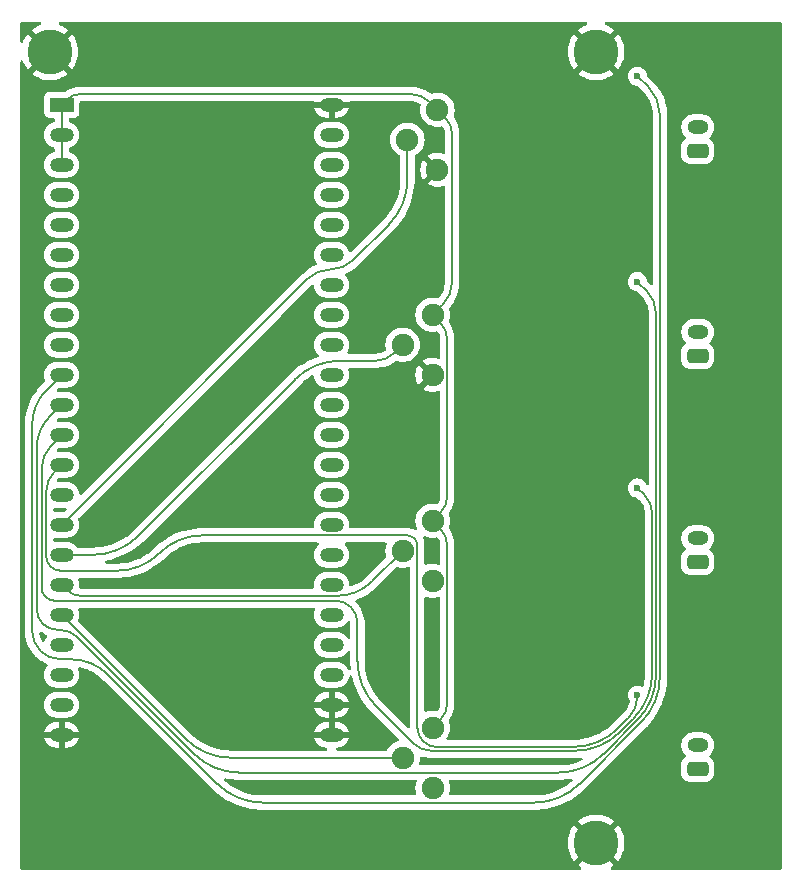
<source format=gbl>
G04 #@! TF.GenerationSoftware,KiCad,Pcbnew,8.0.1*
G04 #@! TF.CreationDate,2024-04-30T12:08:52+02:00*
G04 #@! TF.ProjectId,Taiko IoBoard,5461696b-6f20-4496-9f42-6f6172642e6b,1*
G04 #@! TF.SameCoordinates,Original*
G04 #@! TF.FileFunction,Copper,L2,Bot*
G04 #@! TF.FilePolarity,Positive*
%FSLAX46Y46*%
G04 Gerber Fmt 4.6, Leading zero omitted, Abs format (unit mm)*
G04 Created by KiCad (PCBNEW 8.0.1) date 2024-04-30 12:08:52*
%MOMM*%
%LPD*%
G01*
G04 APERTURE LIST*
G04 Aperture macros list*
%AMRoundRect*
0 Rectangle with rounded corners*
0 $1 Rounding radius*
0 $2 $3 $4 $5 $6 $7 $8 $9 X,Y pos of 4 corners*
0 Add a 4 corners polygon primitive as box body*
4,1,4,$2,$3,$4,$5,$6,$7,$8,$9,$2,$3,0*
0 Add four circle primitives for the rounded corners*
1,1,$1+$1,$2,$3*
1,1,$1+$1,$4,$5*
1,1,$1+$1,$6,$7*
1,1,$1+$1,$8,$9*
0 Add four rect primitives between the rounded corners*
20,1,$1+$1,$2,$3,$4,$5,0*
20,1,$1+$1,$4,$5,$6,$7,0*
20,1,$1+$1,$6,$7,$8,$9,0*
20,1,$1+$1,$8,$9,$2,$3,0*%
G04 Aperture macros list end*
G04 #@! TA.AperFunction,ComponentPad*
%ADD10R,2.000000X1.200000*%
G04 #@! TD*
G04 #@! TA.AperFunction,ComponentPad*
%ADD11O,2.000000X1.200000*%
G04 #@! TD*
G04 #@! TA.AperFunction,ComponentPad*
%ADD12RoundRect,0.300000X0.600000X-0.300000X0.600000X0.300000X-0.600000X0.300000X-0.600000X-0.300000X0*%
G04 #@! TD*
G04 #@! TA.AperFunction,ComponentPad*
%ADD13O,1.800000X1.200000*%
G04 #@! TD*
G04 #@! TA.AperFunction,ComponentPad*
%ADD14C,1.900000*%
G04 #@! TD*
G04 #@! TA.AperFunction,ComponentPad*
%ADD15C,3.800000*%
G04 #@! TD*
G04 #@! TA.AperFunction,ViaPad*
%ADD16C,0.600000*%
G04 #@! TD*
G04 #@! TA.AperFunction,Conductor*
%ADD17C,0.200000*%
G04 #@! TD*
G04 APERTURE END LIST*
D10*
X72350000Y-32554351D03*
D11*
X72350000Y-35094351D03*
X72350000Y-37634351D03*
X72350000Y-40174351D03*
X72350000Y-42714351D03*
X72350000Y-45254351D03*
X72350000Y-47794351D03*
X72350000Y-50334351D03*
X72350000Y-52874351D03*
X72350000Y-55414351D03*
X72350000Y-57954351D03*
X72350000Y-60494351D03*
X72350000Y-63034351D03*
X72350000Y-65574351D03*
X72350000Y-68114351D03*
X72350000Y-70654351D03*
X72350000Y-73194351D03*
X72350000Y-75734351D03*
X72350000Y-78274351D03*
X72346320Y-80811631D03*
X72346320Y-83351631D03*
X72346320Y-85891631D03*
X95210000Y-85894351D03*
X95210000Y-83354351D03*
X95210000Y-80814351D03*
X95210000Y-78274351D03*
X95210000Y-75734351D03*
X95210000Y-73194351D03*
X95210000Y-70654351D03*
X95210000Y-68114351D03*
X95210000Y-65574351D03*
X95210000Y-63034351D03*
X95210000Y-60494351D03*
X95210000Y-57954351D03*
X95210000Y-55414351D03*
X95210000Y-52874351D03*
X95210000Y-50334351D03*
X95210000Y-47794351D03*
X95210000Y-45254351D03*
X95210000Y-42714351D03*
X95210000Y-40174351D03*
X95210000Y-37634351D03*
X95210000Y-35094351D03*
X95210000Y-32554351D03*
D12*
X126207290Y-36454803D03*
D13*
X126207290Y-34454803D03*
D14*
X103760000Y-90381262D03*
X101220000Y-87841262D03*
X103760000Y-85301262D03*
D12*
X126207290Y-71257666D03*
D13*
X126207290Y-69257666D03*
D14*
X103760000Y-55419726D03*
X101220000Y-52879726D03*
X103760000Y-50339726D03*
X104170000Y-38056262D03*
X101630000Y-35516262D03*
X104170000Y-32976262D03*
D12*
X126207290Y-88779803D03*
D13*
X126207290Y-86779803D03*
D15*
X71350000Y-28054351D03*
D12*
X126207290Y-53799517D03*
D13*
X126207290Y-51799517D03*
D15*
X117600000Y-95054351D03*
D14*
X103760000Y-72859125D03*
X101220000Y-70319125D03*
X103760000Y-67779125D03*
D15*
X117600000Y-28054351D03*
D16*
X121100000Y-30134637D03*
X121100000Y-47529351D03*
X121100000Y-65000000D03*
X121100000Y-82534637D03*
D17*
X100036207Y-42713792D02*
X97058098Y-45691901D01*
X93156252Y-47308098D02*
X72350000Y-68114351D01*
X101630000Y-38866036D02*
X101630000Y-35516262D01*
X97058098Y-45691901D02*
G75*
G02*
X95107175Y-46499988I-1950898J1950901D01*
G01*
X95107175Y-46500000D02*
G75*
G03*
X93156269Y-47308115I25J-2759000D01*
G01*
X101630000Y-38866036D02*
G75*
G02*
X100036200Y-42713785I-5441600J36D01*
G01*
X72350000Y-35094351D02*
X72350000Y-33190747D01*
X103545000Y-32351262D02*
X104795000Y-33601262D01*
X103545000Y-32351262D02*
X103509044Y-32315306D01*
X104385000Y-84676262D02*
X103760000Y-85301262D01*
X104590000Y-49509726D02*
X104385000Y-49714726D01*
X105010000Y-83167378D02*
X105010000Y-69913008D01*
X72350000Y-35094351D02*
X72350000Y-37634351D01*
X73886396Y-31654351D02*
X101913356Y-31654351D01*
X105010000Y-52473609D02*
X105010000Y-65645241D01*
X105420000Y-47505928D02*
X105420000Y-35110145D01*
X104795000Y-33601262D02*
G75*
G02*
X105419963Y-35110145I-1508900J-1508838D01*
G01*
X104385000Y-50964726D02*
G75*
G02*
X105009988Y-52473609I-1508900J-1508874D01*
G01*
X104385000Y-68404125D02*
G75*
G02*
X105009989Y-69913008I-1508900J-1508875D01*
G01*
X105010000Y-65645241D02*
G75*
G02*
X104384983Y-67154108I-2133900J41D01*
G01*
X105420000Y-47505928D02*
G75*
G02*
X104589986Y-49509712I-2833800J28D01*
G01*
X103509043Y-32315307D02*
G75*
G03*
X101913356Y-31654384I-1595643J-1595693D01*
G01*
X104385000Y-49714726D02*
G75*
G03*
X104385026Y-50964700I625000J-624974D01*
G01*
X73886396Y-31654351D02*
G75*
G03*
X72800012Y-32104363I4J-1536349D01*
G01*
X72800000Y-32104351D02*
G75*
G03*
X72350035Y-33190747I1086400J-1086349D01*
G01*
X104385001Y-67154126D02*
G75*
G03*
X104385026Y-68404099I624999J-624974D01*
G01*
X105010000Y-83167378D02*
G75*
G02*
X104385014Y-84676276I-2133900J-22D01*
G01*
X78843792Y-69060558D02*
X92087330Y-55817020D01*
X100548249Y-53551477D02*
X101220000Y-52879726D01*
X74996036Y-70654351D02*
X72350000Y-70654351D01*
X98926498Y-54223228D02*
X95935086Y-54223228D01*
X95935086Y-54223228D02*
G75*
G03*
X92087333Y-55817023I14J-5441572D01*
G01*
X100548249Y-53551477D02*
G75*
G02*
X98926498Y-54223219I-1621749J1621777D01*
G01*
X78843792Y-69060558D02*
G75*
G02*
X74996036Y-70654375I-3847792J3847758D01*
G01*
X98626883Y-72912241D02*
X101220000Y-70319125D01*
X72817615Y-73661966D02*
X72350000Y-73194351D01*
X95687960Y-74129582D02*
X73946539Y-74129582D01*
X72817616Y-73661965D02*
G75*
G03*
X73946539Y-74129541I1128884J1128965D01*
G01*
X98626883Y-72912241D02*
G75*
G02*
X95687960Y-74129549I-2938883J2938941D01*
G01*
X86710874Y-87841262D02*
X101220000Y-87841262D01*
X82863118Y-86247469D02*
X72350000Y-75734351D01*
X82863118Y-86247469D02*
G75*
G03*
X86710874Y-87841276I3847782J3847769D01*
G01*
X123000000Y-33378139D02*
X123000000Y-80996036D01*
X116212530Y-90037469D02*
X121406207Y-84843792D01*
X89369502Y-91631262D02*
X112364774Y-91631262D01*
X85521746Y-90037469D02*
X76304543Y-80820266D01*
X71100000Y-56664351D02*
X72350000Y-55414351D01*
X69850000Y-77110050D02*
X69850000Y-59682117D01*
X122050000Y-31084637D02*
X121100000Y-30134637D01*
X73117138Y-79500000D02*
X72239949Y-79500000D01*
X116212530Y-90037469D02*
G75*
G02*
X112364774Y-91631239I-3847730J3847769D01*
G01*
X85521746Y-90037469D02*
G75*
G03*
X89369502Y-91631256I3847754J3847769D01*
G01*
X71100000Y-56664351D02*
G75*
G03*
X69850023Y-59682117I3017800J-3017749D01*
G01*
X122050000Y-31084637D02*
G75*
G02*
X122999972Y-33378139I-2293500J-2293463D01*
G01*
X76304542Y-80820267D02*
G75*
G03*
X73117138Y-79499982I-3187442J-3187433D01*
G01*
X70550001Y-78799999D02*
G75*
G03*
X72239949Y-79500020I1689999J1689999D01*
G01*
X123000000Y-80996036D02*
G75*
G02*
X121406200Y-84843785I-5441600J36D01*
G01*
X69850000Y-77110050D02*
G75*
G03*
X70550015Y-78799985I2390000J50D01*
G01*
X71957106Y-77000000D02*
X72149981Y-77000000D01*
X121100000Y-47529351D02*
X121886500Y-48315851D01*
X70250000Y-75292893D02*
X70250000Y-61539275D01*
X83547432Y-87497469D02*
X73686346Y-77636383D01*
X71300000Y-59004351D02*
X72350000Y-57954351D01*
X122673000Y-50214629D02*
X122673000Y-80823036D01*
X87395188Y-89091262D02*
X114404774Y-89091262D01*
X121079207Y-84670792D02*
X118252530Y-87497469D01*
X83547432Y-87497469D02*
G75*
G03*
X87395188Y-89091266I3847768J3847769D01*
G01*
X70250000Y-75292893D02*
G75*
G03*
X70749998Y-76500002I1707100J-7D01*
G01*
X71300000Y-59004351D02*
G75*
G03*
X70249976Y-61539275I2534900J-2534949D01*
G01*
X121886500Y-48315851D02*
G75*
G02*
X122672972Y-50214629I-1898800J-1898749D01*
G01*
X118252530Y-87497469D02*
G75*
G02*
X114404774Y-89091239I-3847730J3847769D01*
G01*
X70750000Y-76500000D02*
G75*
G03*
X71957106Y-76999997I1207100J1207100D01*
G01*
X122673000Y-80823036D02*
G75*
G02*
X121079200Y-84670785I-5441600J36D01*
G01*
X73686345Y-77636384D02*
G75*
G03*
X72149981Y-77000000I-1536345J-1536316D01*
G01*
X121100000Y-65000000D02*
X121723000Y-65623000D01*
X98994251Y-83494251D02*
X102129118Y-86629118D01*
X120752206Y-84535344D02*
X119631344Y-85656207D01*
X122346000Y-67127055D02*
X122346000Y-80687588D01*
X70650000Y-73454818D02*
X70650000Y-63396432D01*
X97400459Y-76420890D02*
X97400459Y-79646495D01*
X71500000Y-61344351D02*
X72350000Y-60494351D01*
X115783588Y-87250000D02*
X103628060Y-87250000D01*
X95509150Y-74529582D02*
X71724763Y-74529582D01*
X121723000Y-65623000D02*
G75*
G02*
X122346018Y-67127055I-1504100J-1504100D01*
G01*
X119631344Y-85656207D02*
G75*
G02*
X115783588Y-87249976I-3847744J3847807D01*
G01*
X96846507Y-75083533D02*
G75*
G03*
X95509150Y-74529620I-1337307J-1337367D01*
G01*
X96846506Y-75083534D02*
G75*
G02*
X97400450Y-76420890I-1337406J-1337366D01*
G01*
X71500000Y-61344351D02*
G75*
G03*
X70650029Y-63396432I2052100J-2052049D01*
G01*
X122346000Y-80687588D02*
G75*
G02*
X120752223Y-84535361I-5441600J-12D01*
G01*
X70964791Y-74214791D02*
G75*
G03*
X71724763Y-74529602I760009J759991D01*
G01*
X97400459Y-79646495D02*
G75*
G03*
X98994250Y-83494252I5441541J-5D01*
G01*
X70650000Y-73454818D02*
G75*
G03*
X70964793Y-74214789I1074800J18D01*
G01*
X102129118Y-86629118D02*
G75*
G03*
X103628060Y-87250035I1498982J1498918D01*
G01*
X104096872Y-86923000D02*
X115648140Y-86923000D01*
X120341335Y-84483768D02*
X119495896Y-85329207D01*
X121100000Y-82652188D02*
X121100000Y-82534637D01*
X72244974Y-72000000D02*
X77043178Y-72000000D01*
X102470000Y-69792192D02*
X102470000Y-85296127D01*
X71700000Y-63684351D02*
X72350000Y-63034351D01*
X71050000Y-65253589D02*
X71050000Y-70805025D01*
X84251172Y-69014351D02*
X101692158Y-69014351D01*
X71400000Y-71650000D02*
G75*
G03*
X72244974Y-72000010I845000J845000D01*
G01*
X102946500Y-86446500D02*
G75*
G03*
X104096872Y-86923011I1150400J1150400D01*
G01*
X102242175Y-69242175D02*
G75*
G03*
X101692158Y-69014383I-549975J-550025D01*
G01*
X119495896Y-85329207D02*
G75*
G02*
X115648140Y-86923013I-3847796J3847807D01*
G01*
X121100000Y-82652188D02*
G75*
G02*
X120341331Y-84483764I-2590200J-12D01*
G01*
X71050000Y-70805025D02*
G75*
G03*
X71400007Y-71649993I1195000J25D01*
G01*
X71700000Y-63684351D02*
G75*
G03*
X71049982Y-65253589I1569200J-1569249D01*
G01*
X102242175Y-69242175D02*
G75*
G02*
X102470017Y-69792192I-549975J-550025D01*
G01*
X80647175Y-70507175D02*
G75*
G02*
X77043178Y-71999990I-3603975J3603975D01*
G01*
X84251172Y-69014351D02*
G75*
G03*
X80647184Y-70507184I28J-5096849D01*
G01*
X102470000Y-85296127D02*
G75*
G03*
X102946508Y-86446492I1626900J27D01*
G01*
G04 #@! TA.AperFunction,Conductor*
G36*
X93747460Y-75149767D02*
G01*
X93793215Y-75202571D01*
X93803159Y-75271729D01*
X93791866Y-75307344D01*
X93791994Y-75307397D01*
X93791380Y-75308878D01*
X93790905Y-75310378D01*
X93790128Y-75311901D01*
X93736597Y-75476653D01*
X93732656Y-75501537D01*
X93709500Y-75647740D01*
X93709500Y-75820962D01*
X93736598Y-75992052D01*
X93790127Y-76156796D01*
X93868768Y-76311139D01*
X93970586Y-76451279D01*
X94093072Y-76573765D01*
X94233212Y-76675583D01*
X94387555Y-76754224D01*
X94552299Y-76807753D01*
X94723389Y-76834851D01*
X94723390Y-76834851D01*
X95696610Y-76834851D01*
X95696611Y-76834851D01*
X95867701Y-76807753D01*
X96032445Y-76754224D01*
X96186788Y-76675583D01*
X96326928Y-76573765D01*
X96449414Y-76451279D01*
X96551232Y-76311139D01*
X96559583Y-76294748D01*
X96607553Y-76243954D01*
X96675374Y-76227156D01*
X96741510Y-76249691D01*
X96784963Y-76304404D01*
X96793686Y-76341312D01*
X96799577Y-76416153D01*
X96799959Y-76425883D01*
X96799959Y-77669219D01*
X96780274Y-77736258D01*
X96727470Y-77782013D01*
X96658312Y-77791957D01*
X96594756Y-77762932D01*
X96565475Y-77725515D01*
X96551233Y-77697565D01*
X96551229Y-77697559D01*
X96449414Y-77557423D01*
X96326928Y-77434937D01*
X96186788Y-77333119D01*
X96032445Y-77254478D01*
X95867701Y-77200949D01*
X95867699Y-77200948D01*
X95867698Y-77200948D01*
X95721891Y-77177855D01*
X95696611Y-77173851D01*
X94723389Y-77173851D01*
X94698109Y-77177855D01*
X94552302Y-77200948D01*
X94387552Y-77254479D01*
X94233211Y-77333119D01*
X94218772Y-77343610D01*
X94093072Y-77434937D01*
X94093070Y-77434939D01*
X94093069Y-77434939D01*
X93970588Y-77557420D01*
X93970588Y-77557421D01*
X93970586Y-77557423D01*
X93945706Y-77591667D01*
X93868768Y-77697562D01*
X93790128Y-77851903D01*
X93736597Y-78016653D01*
X93736037Y-78020191D01*
X93709500Y-78187740D01*
X93709500Y-78360962D01*
X93736598Y-78532052D01*
X93790127Y-78696796D01*
X93868768Y-78851139D01*
X93970586Y-78991279D01*
X94093072Y-79113765D01*
X94233212Y-79215583D01*
X94387555Y-79294224D01*
X94552299Y-79347753D01*
X94723389Y-79374851D01*
X94723390Y-79374851D01*
X95696610Y-79374851D01*
X95696611Y-79374851D01*
X95867701Y-79347753D01*
X96032445Y-79294224D01*
X96186788Y-79215583D01*
X96326928Y-79113765D01*
X96449414Y-78991279D01*
X96551232Y-78851139D01*
X96565474Y-78823186D01*
X96613448Y-78772391D01*
X96681269Y-78755596D01*
X96747404Y-78778133D01*
X96790856Y-78832848D01*
X96799959Y-78879482D01*
X96799959Y-79735541D01*
X96799960Y-79735554D01*
X96799960Y-79862289D01*
X96828140Y-80256304D01*
X96813288Y-80324577D01*
X96763883Y-80373982D01*
X96695610Y-80388834D01*
X96630145Y-80364417D01*
X96593971Y-80321444D01*
X96551233Y-80237564D01*
X96535937Y-80216511D01*
X96449414Y-80097423D01*
X96326928Y-79974937D01*
X96186788Y-79873119D01*
X96032445Y-79794478D01*
X95867701Y-79740949D01*
X95867699Y-79740948D01*
X95867698Y-79740948D01*
X95736271Y-79720132D01*
X95696611Y-79713851D01*
X94723389Y-79713851D01*
X94683728Y-79720132D01*
X94552302Y-79740948D01*
X94387552Y-79794479D01*
X94233211Y-79873119D01*
X94156200Y-79929072D01*
X94093072Y-79974937D01*
X94093070Y-79974939D01*
X94093069Y-79974939D01*
X93970588Y-80097420D01*
X93970588Y-80097421D01*
X93970586Y-80097423D01*
X93926859Y-80157607D01*
X93868768Y-80237562D01*
X93790128Y-80391903D01*
X93736597Y-80556653D01*
X93709500Y-80727740D01*
X93709500Y-80900961D01*
X93736166Y-81069328D01*
X93736598Y-81072052D01*
X93790127Y-81236796D01*
X93868768Y-81391139D01*
X93970586Y-81531279D01*
X94093072Y-81653765D01*
X94233212Y-81755583D01*
X94387555Y-81834224D01*
X94552299Y-81887753D01*
X94723389Y-81914851D01*
X94723390Y-81914851D01*
X95696610Y-81914851D01*
X95696611Y-81914851D01*
X95867701Y-81887753D01*
X96032445Y-81834224D01*
X96186788Y-81755583D01*
X96326928Y-81653765D01*
X96449414Y-81531279D01*
X96551232Y-81391139D01*
X96629873Y-81236796D01*
X96683402Y-81072052D01*
X96700341Y-80965098D01*
X96730270Y-80901965D01*
X96789581Y-80865033D01*
X96859443Y-80866031D01*
X96917676Y-80904640D01*
X96943980Y-80958139D01*
X96983906Y-81141677D01*
X96983909Y-81141687D01*
X97105494Y-81555772D01*
X97256324Y-81960164D01*
X97435608Y-82352741D01*
X97642444Y-82731534D01*
X97642452Y-82731547D01*
X97875764Y-83094589D01*
X97875781Y-83094613D01*
X98134410Y-83440102D01*
X98295597Y-83626121D01*
X98417046Y-83766280D01*
X98417055Y-83766289D01*
X98417067Y-83766302D01*
X98511047Y-83860282D01*
X98511053Y-83860293D01*
X98584849Y-83934084D01*
X100884817Y-86234052D01*
X100918302Y-86295375D01*
X100913318Y-86365067D01*
X100871446Y-86421000D01*
X100837399Y-86439014D01*
X100635348Y-86508378D01*
X100635342Y-86508380D01*
X100423930Y-86622791D01*
X100423924Y-86622795D01*
X100234242Y-86770431D01*
X100234239Y-86770434D01*
X100071430Y-86947291D01*
X100071427Y-86947295D01*
X99939951Y-87148531D01*
X99932040Y-87166570D01*
X99887085Y-87220057D01*
X99820349Y-87240748D01*
X99818483Y-87240762D01*
X95716361Y-87240762D01*
X95649322Y-87221077D01*
X95603567Y-87168273D01*
X95593623Y-87099115D01*
X95622648Y-87035559D01*
X95681426Y-86997785D01*
X95696963Y-86994289D01*
X95867584Y-86967265D01*
X96032257Y-86913759D01*
X96186524Y-86835155D01*
X96326602Y-86733383D01*
X96449032Y-86610953D01*
X96550804Y-86470875D01*
X96629408Y-86316606D01*
X96682914Y-86151935D01*
X96684115Y-86144351D01*
X95525686Y-86144351D01*
X95530080Y-86139957D01*
X95582741Y-86048745D01*
X95610000Y-85947012D01*
X95610000Y-85841690D01*
X95582741Y-85739957D01*
X95530080Y-85648745D01*
X95525686Y-85644351D01*
X96684115Y-85644351D01*
X96684115Y-85644350D01*
X96682914Y-85636766D01*
X96629408Y-85472095D01*
X96550804Y-85317826D01*
X96449032Y-85177748D01*
X96326602Y-85055318D01*
X96186524Y-84953546D01*
X96032257Y-84874942D01*
X95867584Y-84821436D01*
X95696571Y-84794351D01*
X95460000Y-84794351D01*
X95460000Y-85578665D01*
X95455606Y-85574271D01*
X95364394Y-85521610D01*
X95262661Y-85494351D01*
X95157339Y-85494351D01*
X95055606Y-85521610D01*
X94964394Y-85574271D01*
X94960000Y-85578665D01*
X94960000Y-84794351D01*
X94723429Y-84794351D01*
X94552415Y-84821436D01*
X94387742Y-84874942D01*
X94233475Y-84953546D01*
X94093397Y-85055318D01*
X93970967Y-85177748D01*
X93869195Y-85317826D01*
X93790591Y-85472095D01*
X93737085Y-85636766D01*
X93735884Y-85644350D01*
X93735885Y-85644351D01*
X94894314Y-85644351D01*
X94889920Y-85648745D01*
X94837259Y-85739957D01*
X94810000Y-85841690D01*
X94810000Y-85947012D01*
X94837259Y-86048745D01*
X94889920Y-86139957D01*
X94894314Y-86144351D01*
X93735885Y-86144351D01*
X93737085Y-86151935D01*
X93790591Y-86316606D01*
X93869195Y-86470875D01*
X93970967Y-86610953D01*
X94093397Y-86733383D01*
X94233475Y-86835155D01*
X94387742Y-86913759D01*
X94552415Y-86967265D01*
X94723037Y-86994289D01*
X94786172Y-87024218D01*
X94823103Y-87083530D01*
X94822105Y-87153392D01*
X94783495Y-87211625D01*
X94719532Y-87239739D01*
X94703639Y-87240762D01*
X86713303Y-87240762D01*
X86708434Y-87240666D01*
X86335920Y-87226028D01*
X86326214Y-87225264D01*
X85958409Y-87181729D01*
X85948793Y-87180206D01*
X85585537Y-87107949D01*
X85576069Y-87105676D01*
X85219611Y-87005143D01*
X85210351Y-87002135D01*
X84862860Y-86873937D01*
X84853865Y-86870211D01*
X84517506Y-86715146D01*
X84508831Y-86710725D01*
X84185696Y-86529760D01*
X84177394Y-86524673D01*
X83869436Y-86318901D01*
X83861559Y-86313178D01*
X83570698Y-86083880D01*
X83563295Y-86077557D01*
X83289258Y-85824239D01*
X83285748Y-85820864D01*
X80569234Y-83104350D01*
X93735884Y-83104350D01*
X93735885Y-83104351D01*
X94894314Y-83104351D01*
X94889920Y-83108745D01*
X94837259Y-83199957D01*
X94810000Y-83301690D01*
X94810000Y-83407012D01*
X94837259Y-83508745D01*
X94889920Y-83599957D01*
X94894314Y-83604351D01*
X93735885Y-83604351D01*
X93737085Y-83611935D01*
X93790591Y-83776606D01*
X93869195Y-83930875D01*
X93970967Y-84070953D01*
X94093397Y-84193383D01*
X94233475Y-84295155D01*
X94387742Y-84373759D01*
X94552415Y-84427265D01*
X94723429Y-84454351D01*
X94960000Y-84454351D01*
X94960000Y-83670037D01*
X94964394Y-83674431D01*
X95055606Y-83727092D01*
X95157339Y-83754351D01*
X95262661Y-83754351D01*
X95364394Y-83727092D01*
X95455606Y-83674431D01*
X95460000Y-83670037D01*
X95460000Y-84454351D01*
X95696571Y-84454351D01*
X95867584Y-84427265D01*
X96032257Y-84373759D01*
X96186524Y-84295155D01*
X96326602Y-84193383D01*
X96449032Y-84070953D01*
X96550804Y-83930875D01*
X96629408Y-83776606D01*
X96682914Y-83611935D01*
X96684115Y-83604351D01*
X95525686Y-83604351D01*
X95530080Y-83599957D01*
X95582741Y-83508745D01*
X95610000Y-83407012D01*
X95610000Y-83301690D01*
X95582741Y-83199957D01*
X95530080Y-83108745D01*
X95525686Y-83104351D01*
X96684115Y-83104351D01*
X96684115Y-83104350D01*
X96682914Y-83096766D01*
X96629408Y-82932095D01*
X96550804Y-82777826D01*
X96449032Y-82637748D01*
X96326602Y-82515318D01*
X96186524Y-82413546D01*
X96032257Y-82334942D01*
X95867584Y-82281436D01*
X95696571Y-82254351D01*
X95460000Y-82254351D01*
X95460000Y-83038665D01*
X95455606Y-83034271D01*
X95364394Y-82981610D01*
X95262661Y-82954351D01*
X95157339Y-82954351D01*
X95055606Y-82981610D01*
X94964394Y-83034271D01*
X94960000Y-83038665D01*
X94960000Y-82254351D01*
X94723429Y-82254351D01*
X94552415Y-82281436D01*
X94387742Y-82334942D01*
X94233475Y-82413546D01*
X94093397Y-82515318D01*
X93970967Y-82637748D01*
X93869195Y-82777826D01*
X93790591Y-82932095D01*
X93737085Y-83096766D01*
X93735884Y-83104350D01*
X80569234Y-83104350D01*
X73783556Y-76318672D01*
X73750071Y-76257349D01*
X73755055Y-76187657D01*
X73760749Y-76174701D01*
X73769873Y-76156796D01*
X73823402Y-75992052D01*
X73850500Y-75820962D01*
X73850500Y-75647740D01*
X73823402Y-75476650D01*
X73769873Y-75311906D01*
X73769871Y-75311903D01*
X73769871Y-75311901D01*
X73769095Y-75310378D01*
X73768974Y-75309734D01*
X73768006Y-75307397D01*
X73768496Y-75307193D01*
X73756198Y-75241709D01*
X73782473Y-75176968D01*
X73839579Y-75136711D01*
X73879579Y-75130082D01*
X93680421Y-75130082D01*
X93747460Y-75149767D01*
G37*
G04 #@! TD.AperFunction*
G04 #@! TA.AperFunction,Conductor*
G36*
X116822723Y-25569694D02*
G01*
X116868478Y-25622498D01*
X116878422Y-25691656D01*
X116849397Y-25755212D01*
X116801331Y-25789301D01*
X116576117Y-25878468D01*
X116576109Y-25878472D01*
X116311476Y-26023955D01*
X116311471Y-26023958D01*
X116086565Y-26187361D01*
X116086564Y-26187362D01*
X117017262Y-27118060D01*
X116883398Y-27215318D01*
X116760967Y-27337749D01*
X116663709Y-27471613D01*
X115735311Y-26543215D01*
X115654520Y-26640876D01*
X115654518Y-26640879D01*
X115492707Y-26895853D01*
X115492704Y-26895859D01*
X115364127Y-27169098D01*
X115364125Y-27169103D01*
X115270805Y-27456310D01*
X115214216Y-27752960D01*
X115214215Y-27752967D01*
X115195255Y-28054345D01*
X115195255Y-28054356D01*
X115214215Y-28355734D01*
X115214216Y-28355741D01*
X115270805Y-28652391D01*
X115364125Y-28939598D01*
X115364127Y-28939603D01*
X115492704Y-29212842D01*
X115492707Y-29212848D01*
X115654516Y-29467820D01*
X115735311Y-29565484D01*
X116663708Y-28637087D01*
X116760967Y-28770953D01*
X116883398Y-28893384D01*
X117017262Y-28990641D01*
X116086564Y-29921338D01*
X116086565Y-29921340D01*
X116311461Y-30084736D01*
X116311479Y-30084748D01*
X116576109Y-30230229D01*
X116576117Y-30230233D01*
X116856889Y-30341398D01*
X116856892Y-30341399D01*
X117149399Y-30416501D01*
X117448995Y-30454350D01*
X117449007Y-30454351D01*
X117750993Y-30454351D01*
X117751004Y-30454350D01*
X118050600Y-30416501D01*
X118343107Y-30341399D01*
X118343110Y-30341398D01*
X118623882Y-30230233D01*
X118623890Y-30230229D01*
X118888520Y-30084748D01*
X118888530Y-30084741D01*
X119113433Y-29921338D01*
X119113434Y-29921338D01*
X118182737Y-28990641D01*
X118316602Y-28893384D01*
X118439033Y-28770953D01*
X118536290Y-28637088D01*
X119464687Y-29565485D01*
X119545486Y-29467815D01*
X119707292Y-29212848D01*
X119707295Y-29212842D01*
X119835872Y-28939603D01*
X119835874Y-28939598D01*
X119929194Y-28652391D01*
X119985783Y-28355741D01*
X119985784Y-28355734D01*
X120004745Y-28054356D01*
X120004745Y-28054345D01*
X119985784Y-27752967D01*
X119985783Y-27752960D01*
X119929194Y-27456310D01*
X119835874Y-27169103D01*
X119835872Y-27169098D01*
X119707295Y-26895859D01*
X119707292Y-26895853D01*
X119545483Y-26640881D01*
X119464686Y-26543215D01*
X118536289Y-27471612D01*
X118439033Y-27337749D01*
X118316602Y-27215318D01*
X118182736Y-27118060D01*
X119113434Y-26187362D01*
X119113433Y-26187360D01*
X118888538Y-26023965D01*
X118888520Y-26023953D01*
X118623890Y-25878472D01*
X118623882Y-25878468D01*
X118398669Y-25789301D01*
X118343583Y-25746320D01*
X118320480Y-25680381D01*
X118336693Y-25612419D01*
X118387076Y-25564011D01*
X118444316Y-25550009D01*
X133225500Y-25550009D01*
X133292539Y-25569694D01*
X133338294Y-25622498D01*
X133349500Y-25674009D01*
X133349500Y-97183483D01*
X133329815Y-97250522D01*
X133277011Y-97296277D01*
X133225500Y-97307483D01*
X118963587Y-97307483D01*
X118896548Y-97287798D01*
X118850793Y-97234994D01*
X118840849Y-97165836D01*
X118869874Y-97102280D01*
X118890701Y-97083165D01*
X119113433Y-96921338D01*
X119113434Y-96921338D01*
X118182737Y-95990641D01*
X118316602Y-95893384D01*
X118439033Y-95770953D01*
X118536290Y-95637088D01*
X119464687Y-96565485D01*
X119545486Y-96467815D01*
X119707292Y-96212848D01*
X119707295Y-96212842D01*
X119835872Y-95939603D01*
X119835874Y-95939598D01*
X119929194Y-95652391D01*
X119985783Y-95355741D01*
X119985784Y-95355734D01*
X120004745Y-95054356D01*
X120004745Y-95054345D01*
X119985784Y-94752967D01*
X119985783Y-94752960D01*
X119929194Y-94456310D01*
X119835874Y-94169103D01*
X119835872Y-94169098D01*
X119707295Y-93895859D01*
X119707292Y-93895853D01*
X119545483Y-93640881D01*
X119464686Y-93543215D01*
X118536289Y-94471612D01*
X118439033Y-94337749D01*
X118316602Y-94215318D01*
X118182736Y-94118060D01*
X119113434Y-93187362D01*
X119113433Y-93187360D01*
X118888538Y-93023965D01*
X118888520Y-93023953D01*
X118623890Y-92878472D01*
X118623882Y-92878468D01*
X118343110Y-92767303D01*
X118343107Y-92767302D01*
X118050600Y-92692200D01*
X117751004Y-92654351D01*
X117448995Y-92654351D01*
X117149399Y-92692200D01*
X116856892Y-92767302D01*
X116856889Y-92767303D01*
X116576117Y-92878468D01*
X116576109Y-92878472D01*
X116311476Y-93023955D01*
X116311471Y-93023958D01*
X116086565Y-93187361D01*
X116086564Y-93187362D01*
X117017262Y-94118060D01*
X116883398Y-94215318D01*
X116760967Y-94337749D01*
X116663709Y-94471613D01*
X115735311Y-93543215D01*
X115654520Y-93640876D01*
X115654518Y-93640879D01*
X115492707Y-93895853D01*
X115492704Y-93895859D01*
X115364127Y-94169098D01*
X115364125Y-94169103D01*
X115270805Y-94456310D01*
X115214216Y-94752960D01*
X115214215Y-94752967D01*
X115195255Y-95054345D01*
X115195255Y-95054356D01*
X115214215Y-95355734D01*
X115214216Y-95355741D01*
X115270805Y-95652391D01*
X115364125Y-95939598D01*
X115364127Y-95939603D01*
X115492704Y-96212842D01*
X115492707Y-96212848D01*
X115654516Y-96467820D01*
X115735311Y-96565484D01*
X116663708Y-95637087D01*
X116760967Y-95770953D01*
X116883398Y-95893384D01*
X117017262Y-95990641D01*
X116086564Y-96921338D01*
X116086565Y-96921340D01*
X116309298Y-97083165D01*
X116351964Y-97138495D01*
X116357943Y-97208108D01*
X116325337Y-97269903D01*
X116264499Y-97304260D01*
X116236413Y-97307483D01*
X68974499Y-97307483D01*
X68907460Y-97287798D01*
X68861705Y-97234994D01*
X68850499Y-97183483D01*
X68850499Y-85641630D01*
X70872204Y-85641630D01*
X70872205Y-85641631D01*
X72030634Y-85641631D01*
X72026240Y-85646025D01*
X71973579Y-85737237D01*
X71946320Y-85838970D01*
X71946320Y-85944292D01*
X71973579Y-86046025D01*
X72026240Y-86137237D01*
X72030634Y-86141631D01*
X70872205Y-86141631D01*
X70873405Y-86149215D01*
X70926911Y-86313886D01*
X71005515Y-86468155D01*
X71107287Y-86608233D01*
X71229717Y-86730663D01*
X71369795Y-86832435D01*
X71524062Y-86911039D01*
X71688735Y-86964545D01*
X71859749Y-86991631D01*
X72096320Y-86991631D01*
X72096320Y-86207317D01*
X72100714Y-86211711D01*
X72191926Y-86264372D01*
X72293659Y-86291631D01*
X72398981Y-86291631D01*
X72500714Y-86264372D01*
X72591926Y-86211711D01*
X72596320Y-86207317D01*
X72596320Y-86991631D01*
X72832891Y-86991631D01*
X73003904Y-86964545D01*
X73168577Y-86911039D01*
X73322844Y-86832435D01*
X73462922Y-86730663D01*
X73585352Y-86608233D01*
X73687124Y-86468155D01*
X73765728Y-86313886D01*
X73819234Y-86149215D01*
X73820435Y-86141631D01*
X72662006Y-86141631D01*
X72666400Y-86137237D01*
X72719061Y-86046025D01*
X72746320Y-85944292D01*
X72746320Y-85838970D01*
X72719061Y-85737237D01*
X72666400Y-85646025D01*
X72662006Y-85641631D01*
X73820435Y-85641631D01*
X73820435Y-85641630D01*
X73819234Y-85634046D01*
X73765728Y-85469375D01*
X73687124Y-85315106D01*
X73585352Y-85175028D01*
X73462922Y-85052598D01*
X73322844Y-84950826D01*
X73168577Y-84872222D01*
X73003904Y-84818716D01*
X72832891Y-84791631D01*
X72596320Y-84791631D01*
X72596320Y-85575945D01*
X72591926Y-85571551D01*
X72500714Y-85518890D01*
X72398981Y-85491631D01*
X72293659Y-85491631D01*
X72191926Y-85518890D01*
X72100714Y-85571551D01*
X72096320Y-85575945D01*
X72096320Y-84791631D01*
X71859749Y-84791631D01*
X71688735Y-84818716D01*
X71524062Y-84872222D01*
X71369795Y-84950826D01*
X71229717Y-85052598D01*
X71107287Y-85175028D01*
X71005515Y-85315106D01*
X70926911Y-85469375D01*
X70873405Y-85634046D01*
X70872204Y-85641630D01*
X68850499Y-85641630D01*
X68850499Y-83438242D01*
X70845820Y-83438242D01*
X70872918Y-83609332D01*
X70926447Y-83774076D01*
X71005088Y-83928419D01*
X71106906Y-84068559D01*
X71229392Y-84191045D01*
X71369532Y-84292863D01*
X71523875Y-84371504D01*
X71688619Y-84425033D01*
X71859709Y-84452131D01*
X71859710Y-84452131D01*
X72832930Y-84452131D01*
X72832931Y-84452131D01*
X73004021Y-84425033D01*
X73168765Y-84371504D01*
X73323108Y-84292863D01*
X73463248Y-84191045D01*
X73585734Y-84068559D01*
X73687552Y-83928419D01*
X73766193Y-83774076D01*
X73819722Y-83609332D01*
X73846820Y-83438242D01*
X73846820Y-83265020D01*
X73819722Y-83093930D01*
X73766193Y-82929186D01*
X73687552Y-82774843D01*
X73585734Y-82634703D01*
X73463248Y-82512217D01*
X73323108Y-82410399D01*
X73168765Y-82331758D01*
X73004021Y-82278229D01*
X73004019Y-82278228D01*
X73004018Y-82278228D01*
X72853261Y-82254351D01*
X72832931Y-82251131D01*
X71859709Y-82251131D01*
X71839379Y-82254351D01*
X71688622Y-82278228D01*
X71523872Y-82331759D01*
X71369531Y-82410399D01*
X71289576Y-82468490D01*
X71229392Y-82512217D01*
X71229390Y-82512219D01*
X71229389Y-82512219D01*
X71106908Y-82634700D01*
X71106908Y-82634701D01*
X71106906Y-82634703D01*
X71104694Y-82637748D01*
X71005088Y-82774842D01*
X70926448Y-82929183D01*
X70872917Y-83093933D01*
X70856125Y-83199957D01*
X70845820Y-83265020D01*
X70845820Y-83438242D01*
X68850499Y-83438242D01*
X68850499Y-77058749D01*
X69249479Y-77058749D01*
X69249481Y-77256969D01*
X69278287Y-77549383D01*
X69278288Y-77549389D01*
X69335615Y-77837560D01*
X69420902Y-78118704D01*
X69420904Y-78118711D01*
X69420907Y-78118720D01*
X69420909Y-78118724D01*
X69454326Y-78199396D01*
X69533355Y-78390183D01*
X69671860Y-78649303D01*
X69835095Y-78893600D01*
X69835106Y-78893614D01*
X70021495Y-79120729D01*
X70021505Y-79120740D01*
X70073822Y-79173056D01*
X70073824Y-79173059D01*
X70125380Y-79224616D01*
X70125382Y-79224618D01*
X70176941Y-79276175D01*
X70176943Y-79276176D01*
X70182214Y-79281447D01*
X70182447Y-79281653D01*
X70229273Y-79328480D01*
X70456397Y-79514877D01*
X70456411Y-79514888D01*
X70617774Y-79622708D01*
X70700704Y-79678121D01*
X70959829Y-79816629D01*
X71089003Y-79870136D01*
X71143406Y-79913978D01*
X71165470Y-79980272D01*
X71148190Y-80047972D01*
X71129232Y-80072377D01*
X71106906Y-80094703D01*
X71005088Y-80234842D01*
X70926448Y-80389183D01*
X70872917Y-80553933D01*
X70845820Y-80725020D01*
X70845820Y-80898241D01*
X70871841Y-81062536D01*
X70872918Y-81069332D01*
X70926447Y-81234076D01*
X71005088Y-81388419D01*
X71106906Y-81528559D01*
X71229392Y-81651045D01*
X71369532Y-81752863D01*
X71523875Y-81831504D01*
X71688619Y-81885033D01*
X71859709Y-81912131D01*
X71859710Y-81912131D01*
X72832930Y-81912131D01*
X72832931Y-81912131D01*
X73004021Y-81885033D01*
X73168765Y-81831504D01*
X73323108Y-81752863D01*
X73463248Y-81651045D01*
X73585734Y-81528559D01*
X73687552Y-81388419D01*
X73766193Y-81234076D01*
X73819722Y-81069332D01*
X73846820Y-80898242D01*
X73846820Y-80725020D01*
X73819722Y-80553930D01*
X73766193Y-80389186D01*
X73766191Y-80389183D01*
X73766191Y-80389181D01*
X73750086Y-80357574D01*
X73737189Y-80288905D01*
X73763464Y-80224164D01*
X73820570Y-80183907D01*
X73887409Y-80180217D01*
X74123102Y-80232470D01*
X74133540Y-80235267D01*
X74448307Y-80334515D01*
X74458449Y-80338206D01*
X74763376Y-80464513D01*
X74773174Y-80469083D01*
X75065919Y-80621477D01*
X75075266Y-80626874D01*
X75233593Y-80727740D01*
X75353616Y-80804204D01*
X75362477Y-80810408D01*
X75624325Y-81011332D01*
X75632599Y-81018276D01*
X75691493Y-81072242D01*
X75878238Y-81243363D01*
X75882146Y-81247104D01*
X85060806Y-90425764D01*
X85060816Y-90425783D01*
X85249692Y-90614658D01*
X85249717Y-90614682D01*
X85575886Y-90897307D01*
X85921381Y-91155942D01*
X85921386Y-91155945D01*
X86284459Y-91389277D01*
X86663232Y-91596102D01*
X86663256Y-91596115D01*
X86663263Y-91596119D01*
X87055821Y-91775393D01*
X87055825Y-91775394D01*
X87055835Y-91775399D01*
X87460209Y-91926222D01*
X87460216Y-91926224D01*
X87460224Y-91926227D01*
X87805294Y-92027547D01*
X87874246Y-92047794D01*
X87874308Y-92047812D01*
X87874318Y-92047815D01*
X88296026Y-92139551D01*
X88296033Y-92139552D01*
X88723225Y-92200973D01*
X89153710Y-92231762D01*
X112451958Y-92231762D01*
X112452298Y-92231739D01*
X112580563Y-92231740D01*
X113011047Y-92200953D01*
X113438238Y-92139534D01*
X113859960Y-92047797D01*
X114274062Y-91926207D01*
X114678435Y-91775386D01*
X115071018Y-91596102D01*
X115449811Y-91389268D01*
X115812884Y-91155938D01*
X116158386Y-90897301D01*
X116484556Y-90614675D01*
X116572335Y-90526895D01*
X116572346Y-90526887D01*
X116581244Y-90517988D01*
X116581246Y-90517988D01*
X117974471Y-89124763D01*
X124806790Y-89124763D01*
X124821920Y-89259052D01*
X124821921Y-89259057D01*
X124881501Y-89429326D01*
X124977474Y-89582065D01*
X125105028Y-89709619D01*
X125127608Y-89723807D01*
X125245126Y-89797649D01*
X125257768Y-89805592D01*
X125428035Y-89865171D01*
X125428040Y-89865172D01*
X125518536Y-89875368D01*
X125562330Y-89880302D01*
X125562333Y-89880303D01*
X125562336Y-89880303D01*
X126852247Y-89880303D01*
X126852248Y-89880302D01*
X126935894Y-89870878D01*
X126986539Y-89865172D01*
X126986542Y-89865171D01*
X126986545Y-89865171D01*
X127156812Y-89805592D01*
X127309552Y-89709619D01*
X127437106Y-89582065D01*
X127533079Y-89429325D01*
X127592658Y-89259058D01*
X127607790Y-89124757D01*
X127607790Y-88434849D01*
X127592658Y-88300548D01*
X127533079Y-88130281D01*
X127437106Y-87977541D01*
X127309552Y-87849987D01*
X127255909Y-87816281D01*
X127247083Y-87810735D01*
X127200792Y-87758400D01*
X127190144Y-87689346D01*
X127218519Y-87625498D01*
X127225350Y-87618084D01*
X127346704Y-87496731D01*
X127448522Y-87356591D01*
X127527163Y-87202248D01*
X127580692Y-87037504D01*
X127607790Y-86866414D01*
X127607790Y-86693192D01*
X127580692Y-86522102D01*
X127527163Y-86357358D01*
X127448522Y-86203015D01*
X127346704Y-86062875D01*
X127224218Y-85940389D01*
X127084078Y-85838571D01*
X126929735Y-85759930D01*
X126764991Y-85706401D01*
X126764989Y-85706400D01*
X126764988Y-85706400D01*
X126633561Y-85685584D01*
X126593901Y-85679303D01*
X125820679Y-85679303D01*
X125781018Y-85685584D01*
X125649592Y-85706400D01*
X125484842Y-85759931D01*
X125330501Y-85838571D01*
X125250546Y-85896662D01*
X125190362Y-85940389D01*
X125190360Y-85940391D01*
X125190359Y-85940391D01*
X125067878Y-86062872D01*
X125067878Y-86062873D01*
X125067876Y-86062875D01*
X125024149Y-86123059D01*
X124966058Y-86203014D01*
X124887418Y-86357355D01*
X124833887Y-86522105D01*
X124817940Y-86622791D01*
X124806790Y-86693192D01*
X124806790Y-86866414D01*
X124807715Y-86872252D01*
X124831783Y-87024218D01*
X124833888Y-87037504D01*
X124887417Y-87202248D01*
X124966058Y-87356591D01*
X125067876Y-87496731D01*
X125067878Y-87496733D01*
X125189205Y-87618060D01*
X125222690Y-87679383D01*
X125217706Y-87749075D01*
X125175834Y-87805008D01*
X125167497Y-87810734D01*
X125105030Y-87849985D01*
X125105027Y-87849987D01*
X124977474Y-87977540D01*
X124881501Y-88130279D01*
X124821921Y-88300548D01*
X124821920Y-88300553D01*
X124806790Y-88434842D01*
X124806790Y-89124763D01*
X117974471Y-89124763D01*
X121886726Y-85212508D01*
X121886726Y-85212507D01*
X121892724Y-85206510D01*
X121892825Y-85206393D01*
X121983406Y-85115813D01*
X122266032Y-84789644D01*
X122266031Y-84789644D01*
X122266039Y-84789636D01*
X122524668Y-84444147D01*
X122524667Y-84444147D01*
X122524671Y-84444143D01*
X122758002Y-84081072D01*
X122964839Y-83702281D01*
X123144126Y-83309699D01*
X123294950Y-82905327D01*
X123416543Y-82491226D01*
X123508284Y-82069506D01*
X123569707Y-81642316D01*
X123600498Y-81211832D01*
X123600498Y-81089530D01*
X123600500Y-81089526D01*
X123600500Y-71602626D01*
X124806790Y-71602626D01*
X124821920Y-71736915D01*
X124821921Y-71736920D01*
X124881501Y-71907189D01*
X124977474Y-72059928D01*
X125105028Y-72187482D01*
X125195370Y-72244248D01*
X125209488Y-72253119D01*
X125257768Y-72283455D01*
X125316737Y-72304089D01*
X125428035Y-72343034D01*
X125428040Y-72343035D01*
X125518536Y-72353231D01*
X125562330Y-72358165D01*
X125562333Y-72358166D01*
X125562336Y-72358166D01*
X126852247Y-72358166D01*
X126852248Y-72358165D01*
X126919394Y-72350600D01*
X126986539Y-72343035D01*
X126986542Y-72343034D01*
X126986545Y-72343034D01*
X127156812Y-72283455D01*
X127309552Y-72187482D01*
X127437106Y-72059928D01*
X127533079Y-71907188D01*
X127592658Y-71736921D01*
X127593432Y-71730058D01*
X127607789Y-71602626D01*
X127607790Y-71602622D01*
X127607790Y-70912709D01*
X127607789Y-70912705D01*
X127607715Y-70912052D01*
X127594921Y-70798495D01*
X127592659Y-70778416D01*
X127592658Y-70778411D01*
X127536951Y-70619210D01*
X127533079Y-70608144D01*
X127507691Y-70567740D01*
X127437105Y-70455403D01*
X127309552Y-70327850D01*
X127247083Y-70288598D01*
X127200792Y-70236263D01*
X127190144Y-70167209D01*
X127218519Y-70103361D01*
X127225350Y-70095947D01*
X127346704Y-69974594D01*
X127448522Y-69834454D01*
X127527163Y-69680111D01*
X127580692Y-69515367D01*
X127607790Y-69344277D01*
X127607790Y-69171055D01*
X127580692Y-68999965D01*
X127527163Y-68835221D01*
X127448522Y-68680878D01*
X127346704Y-68540738D01*
X127224218Y-68418252D01*
X127084078Y-68316434D01*
X126929735Y-68237793D01*
X126764991Y-68184264D01*
X126764989Y-68184263D01*
X126764988Y-68184263D01*
X126633561Y-68163447D01*
X126593901Y-68157166D01*
X125820679Y-68157166D01*
X125781018Y-68163447D01*
X125649592Y-68184263D01*
X125484842Y-68237794D01*
X125330501Y-68316434D01*
X125253956Y-68372048D01*
X125190362Y-68418252D01*
X125190360Y-68418254D01*
X125190359Y-68418254D01*
X125067878Y-68540735D01*
X125067878Y-68540736D01*
X125067876Y-68540738D01*
X125058739Y-68553314D01*
X124966058Y-68680877D01*
X124887418Y-68835218D01*
X124833887Y-68999968D01*
X124806790Y-69171055D01*
X124806790Y-69344276D01*
X124824209Y-69454260D01*
X124833888Y-69515367D01*
X124866315Y-69615167D01*
X124887418Y-69680113D01*
X124889563Y-69684322D01*
X124966058Y-69834454D01*
X125067876Y-69974594D01*
X125067878Y-69974596D01*
X125189205Y-70095923D01*
X125222690Y-70157246D01*
X125217706Y-70226938D01*
X125175834Y-70282871D01*
X125167497Y-70288597D01*
X125105030Y-70327848D01*
X125105027Y-70327850D01*
X124977474Y-70455403D01*
X124881501Y-70608142D01*
X124821921Y-70778411D01*
X124821920Y-70778416D01*
X124806790Y-70912705D01*
X124806790Y-71602626D01*
X123600500Y-71602626D01*
X123600500Y-54144477D01*
X124806790Y-54144477D01*
X124821920Y-54278766D01*
X124821921Y-54278771D01*
X124881501Y-54449040D01*
X124891669Y-54465222D01*
X124977474Y-54601779D01*
X125105028Y-54729333D01*
X125122606Y-54740378D01*
X125255256Y-54823728D01*
X125257768Y-54825306D01*
X125366186Y-54863243D01*
X125428035Y-54884885D01*
X125428040Y-54884886D01*
X125518536Y-54895082D01*
X125562330Y-54900016D01*
X125562333Y-54900017D01*
X125562336Y-54900017D01*
X126852247Y-54900017D01*
X126852248Y-54900016D01*
X126919394Y-54892451D01*
X126986539Y-54884886D01*
X126986542Y-54884885D01*
X126986545Y-54884885D01*
X127156812Y-54825306D01*
X127309552Y-54729333D01*
X127437106Y-54601779D01*
X127533079Y-54449039D01*
X127592658Y-54278772D01*
X127594132Y-54265696D01*
X127607789Y-54144477D01*
X127607790Y-54144473D01*
X127607790Y-53454560D01*
X127607789Y-53454556D01*
X127592659Y-53320267D01*
X127592658Y-53320262D01*
X127533078Y-53149993D01*
X127437105Y-52997254D01*
X127309552Y-52869701D01*
X127247083Y-52830449D01*
X127200792Y-52778114D01*
X127190144Y-52709060D01*
X127218519Y-52645212D01*
X127225350Y-52637798D01*
X127346704Y-52516445D01*
X127448522Y-52376305D01*
X127527163Y-52221962D01*
X127580692Y-52057218D01*
X127607790Y-51886128D01*
X127607790Y-51712906D01*
X127580692Y-51541816D01*
X127527163Y-51377072D01*
X127448522Y-51222729D01*
X127346704Y-51082589D01*
X127224218Y-50960103D01*
X127084078Y-50858285D01*
X126929735Y-50779644D01*
X126764991Y-50726115D01*
X126764989Y-50726114D01*
X126764988Y-50726114D01*
X126633561Y-50705298D01*
X126593901Y-50699017D01*
X125820679Y-50699017D01*
X125781018Y-50705298D01*
X125649592Y-50726114D01*
X125484842Y-50779645D01*
X125330501Y-50858285D01*
X125288485Y-50888812D01*
X125190362Y-50960103D01*
X125190360Y-50960105D01*
X125190359Y-50960105D01*
X125067878Y-51082586D01*
X125067878Y-51082587D01*
X125067876Y-51082589D01*
X125024149Y-51142773D01*
X124966058Y-51222728D01*
X124887418Y-51377069D01*
X124833887Y-51541819D01*
X124813172Y-51672609D01*
X124806790Y-51712906D01*
X124806790Y-51886128D01*
X124833888Y-52057218D01*
X124887417Y-52221962D01*
X124966058Y-52376305D01*
X125067876Y-52516445D01*
X125067878Y-52516447D01*
X125189205Y-52637774D01*
X125222690Y-52699097D01*
X125217706Y-52768789D01*
X125175834Y-52824722D01*
X125167497Y-52830448D01*
X125105030Y-52869699D01*
X125105027Y-52869701D01*
X124977474Y-52997254D01*
X124881501Y-53149993D01*
X124821921Y-53320262D01*
X124821920Y-53320267D01*
X124806790Y-53454556D01*
X124806790Y-54144477D01*
X123600500Y-54144477D01*
X123600500Y-36799763D01*
X124806790Y-36799763D01*
X124821920Y-36934052D01*
X124821921Y-36934057D01*
X124881501Y-37104326D01*
X124949097Y-37211903D01*
X124977474Y-37257065D01*
X125105028Y-37384619D01*
X125257768Y-37480592D01*
X125428035Y-37540171D01*
X125428040Y-37540172D01*
X125518536Y-37550368D01*
X125562330Y-37555302D01*
X125562333Y-37555303D01*
X125562336Y-37555303D01*
X126852247Y-37555303D01*
X126852248Y-37555302D01*
X126919394Y-37547737D01*
X126986539Y-37540172D01*
X126986542Y-37540171D01*
X126986545Y-37540171D01*
X127156812Y-37480592D01*
X127309552Y-37384619D01*
X127437106Y-37257065D01*
X127533079Y-37104325D01*
X127592658Y-36934058D01*
X127594533Y-36917423D01*
X127602420Y-36847418D01*
X127607790Y-36799757D01*
X127607790Y-36109849D01*
X127592658Y-35975548D01*
X127533079Y-35805281D01*
X127437106Y-35652541D01*
X127309552Y-35524987D01*
X127247083Y-35485735D01*
X127200792Y-35433400D01*
X127190144Y-35364346D01*
X127218519Y-35300498D01*
X127225350Y-35293084D01*
X127346704Y-35171731D01*
X127448522Y-35031591D01*
X127527163Y-34877248D01*
X127580692Y-34712504D01*
X127607790Y-34541414D01*
X127607790Y-34368192D01*
X127580692Y-34197102D01*
X127527163Y-34032358D01*
X127448522Y-33878015D01*
X127346704Y-33737875D01*
X127224218Y-33615389D01*
X127084078Y-33513571D01*
X126929735Y-33434930D01*
X126764991Y-33381401D01*
X126764989Y-33381400D01*
X126764988Y-33381400D01*
X126633561Y-33360584D01*
X126593901Y-33354303D01*
X125820679Y-33354303D01*
X125781018Y-33360584D01*
X125649592Y-33381400D01*
X125484842Y-33434931D01*
X125330501Y-33513571D01*
X125321668Y-33519989D01*
X125190362Y-33615389D01*
X125190360Y-33615391D01*
X125190359Y-33615391D01*
X125067878Y-33737872D01*
X125067878Y-33737873D01*
X125067876Y-33737875D01*
X125024149Y-33798059D01*
X124966058Y-33878014D01*
X124887418Y-34032355D01*
X124887417Y-34032357D01*
X124887417Y-34032358D01*
X124877751Y-34062106D01*
X124833887Y-34197105D01*
X124809355Y-34351998D01*
X124806790Y-34368192D01*
X124806790Y-34541414D01*
X124833888Y-34712504D01*
X124887417Y-34877248D01*
X124966058Y-35031591D01*
X125067876Y-35171731D01*
X125067878Y-35171733D01*
X125189205Y-35293060D01*
X125222690Y-35354383D01*
X125217706Y-35424075D01*
X125175834Y-35480008D01*
X125167497Y-35485734D01*
X125105030Y-35524985D01*
X125105027Y-35524987D01*
X124977474Y-35652540D01*
X124881501Y-35805279D01*
X124821921Y-35975548D01*
X124821920Y-35975553D01*
X124806790Y-36109842D01*
X124806790Y-36799763D01*
X123600500Y-36799763D01*
X123600500Y-33290889D01*
X123600472Y-33290478D01*
X123600474Y-33210314D01*
X123571223Y-32875926D01*
X123512939Y-32545361D01*
X123450362Y-32311812D01*
X123426069Y-32221142D01*
X123426060Y-32221114D01*
X123311269Y-31905721D01*
X123311267Y-31905716D01*
X123311265Y-31905710D01*
X123169410Y-31601493D01*
X123001581Y-31310798D01*
X122879274Y-31136122D01*
X122809058Y-31035840D01*
X122742789Y-30956863D01*
X122593295Y-30778700D01*
X122540728Y-30726132D01*
X122540718Y-30726120D01*
X121930700Y-30116102D01*
X121897215Y-30054779D01*
X121895163Y-30042323D01*
X121885368Y-29955382D01*
X121825789Y-29785115D01*
X121729816Y-29632375D01*
X121602262Y-29504821D01*
X121449523Y-29408848D01*
X121279254Y-29349268D01*
X121279249Y-29349267D01*
X121100004Y-29329072D01*
X121099996Y-29329072D01*
X120920750Y-29349267D01*
X120920745Y-29349268D01*
X120750476Y-29408848D01*
X120597737Y-29504821D01*
X120470184Y-29632374D01*
X120374211Y-29785113D01*
X120314631Y-29955382D01*
X120314630Y-29955387D01*
X120294435Y-30134633D01*
X120294435Y-30134640D01*
X120314630Y-30313886D01*
X120314631Y-30313891D01*
X120374211Y-30484160D01*
X120470184Y-30636899D01*
X120597738Y-30764453D01*
X120750478Y-30860426D01*
X120920745Y-30920005D01*
X121007669Y-30929798D01*
X121072080Y-30956863D01*
X121081465Y-30965337D01*
X121622896Y-31506768D01*
X121627675Y-31511823D01*
X121818232Y-31725059D01*
X121826902Y-31735931D01*
X121990351Y-31966295D01*
X121997749Y-31978069D01*
X122134374Y-32225279D01*
X122140408Y-32237807D01*
X122248502Y-32498777D01*
X122253094Y-32511902D01*
X122331287Y-32783322D01*
X122334381Y-32796880D01*
X122381690Y-33075343D01*
X122383247Y-33089161D01*
X122399305Y-33375154D01*
X122399500Y-33382105D01*
X122399500Y-47680254D01*
X122379815Y-47747293D01*
X122327011Y-47793048D01*
X122257853Y-47802992D01*
X122194297Y-47773967D01*
X122187819Y-47767935D01*
X121930700Y-47510816D01*
X121897215Y-47449493D01*
X121895163Y-47437037D01*
X121885368Y-47350096D01*
X121825789Y-47179829D01*
X121729816Y-47027089D01*
X121602262Y-46899535D01*
X121576719Y-46883485D01*
X121449523Y-46803562D01*
X121279254Y-46743982D01*
X121279249Y-46743981D01*
X121100004Y-46723786D01*
X121099996Y-46723786D01*
X120920750Y-46743981D01*
X120920745Y-46743982D01*
X120750476Y-46803562D01*
X120597737Y-46899535D01*
X120470184Y-47027088D01*
X120374211Y-47179827D01*
X120314631Y-47350096D01*
X120314630Y-47350101D01*
X120294435Y-47529347D01*
X120294435Y-47529354D01*
X120314630Y-47708600D01*
X120314631Y-47708605D01*
X120374211Y-47878874D01*
X120452127Y-48002875D01*
X120470184Y-48031613D01*
X120597738Y-48159167D01*
X120750478Y-48255140D01*
X120920745Y-48314719D01*
X121007669Y-48324512D01*
X121072080Y-48351577D01*
X121081465Y-48360051D01*
X121459405Y-48737991D01*
X121464185Y-48743047D01*
X121613021Y-48909600D01*
X121621689Y-48920469D01*
X121682972Y-49006842D01*
X121748911Y-49099777D01*
X121756308Y-49111550D01*
X121761672Y-49121255D01*
X121862655Y-49303975D01*
X121868689Y-49316504D01*
X121952826Y-49519637D01*
X121957418Y-49532762D01*
X122018280Y-49744027D01*
X122021374Y-49757584D01*
X122058199Y-49974335D01*
X122059756Y-49988152D01*
X122072305Y-50211645D01*
X122072500Y-50218597D01*
X122072500Y-64625724D01*
X122052815Y-64692763D01*
X122000011Y-64738518D01*
X121930853Y-64748462D01*
X121867297Y-64719437D01*
X121831459Y-64666679D01*
X121825790Y-64650480D01*
X121825789Y-64650478D01*
X121729816Y-64497738D01*
X121602262Y-64370184D01*
X121449523Y-64274211D01*
X121279254Y-64214631D01*
X121279249Y-64214630D01*
X121100004Y-64194435D01*
X121099996Y-64194435D01*
X120920750Y-64214630D01*
X120920745Y-64214631D01*
X120750476Y-64274211D01*
X120597737Y-64370184D01*
X120470184Y-64497737D01*
X120374211Y-64650476D01*
X120314631Y-64820745D01*
X120314630Y-64820750D01*
X120294435Y-64999996D01*
X120294435Y-65000003D01*
X120314630Y-65179249D01*
X120314631Y-65179254D01*
X120374211Y-65349523D01*
X120460212Y-65486391D01*
X120470184Y-65502262D01*
X120597738Y-65629816D01*
X120750478Y-65725789D01*
X120920745Y-65785368D01*
X121007669Y-65795161D01*
X121072080Y-65822226D01*
X121081465Y-65830700D01*
X121264720Y-66013955D01*
X121264721Y-66013957D01*
X121264722Y-66013957D01*
X121295516Y-66044752D01*
X121301061Y-66050673D01*
X121424682Y-66191636D01*
X121434556Y-66204503D01*
X121536470Y-66357025D01*
X121544580Y-66371073D01*
X121625710Y-66535586D01*
X121631917Y-66550570D01*
X121690881Y-66724266D01*
X121695079Y-66739933D01*
X121730868Y-66919841D01*
X121732985Y-66935921D01*
X121745234Y-67122734D01*
X121745500Y-67130847D01*
X121745500Y-80685164D01*
X121745404Y-80690032D01*
X121730769Y-81062536D01*
X121730006Y-81072242D01*
X121686472Y-81440070D01*
X121684948Y-81449687D01*
X121630395Y-81723945D01*
X121598010Y-81785856D01*
X121537295Y-81820430D01*
X121467525Y-81816691D01*
X121454979Y-81811476D01*
X121449515Y-81808844D01*
X121279262Y-81749270D01*
X121279249Y-81749267D01*
X121100004Y-81729072D01*
X121099996Y-81729072D01*
X120920750Y-81749267D01*
X120920745Y-81749268D01*
X120750476Y-81808848D01*
X120597737Y-81904821D01*
X120470184Y-82032374D01*
X120374211Y-82185113D01*
X120314631Y-82355382D01*
X120314630Y-82355387D01*
X120294435Y-82534633D01*
X120294435Y-82534640D01*
X120314630Y-82713886D01*
X120314633Y-82713899D01*
X120374209Y-82884155D01*
X120374211Y-82884159D01*
X120436573Y-82983408D01*
X120455573Y-83050645D01*
X120453827Y-83070149D01*
X120450781Y-83088078D01*
X120447687Y-83101637D01*
X120389771Y-83302668D01*
X120385178Y-83315793D01*
X120305120Y-83509069D01*
X120299087Y-83521597D01*
X120197890Y-83704698D01*
X120190491Y-83716473D01*
X120069431Y-83887088D01*
X120060761Y-83897959D01*
X119918977Y-84056614D01*
X119914198Y-84061669D01*
X119865165Y-84110700D01*
X119865161Y-84110706D01*
X119122837Y-84853031D01*
X119122836Y-84853032D01*
X119073002Y-84902865D01*
X119069493Y-84906239D01*
X118795728Y-85159304D01*
X118788325Y-85165627D01*
X118497462Y-85394925D01*
X118489585Y-85400648D01*
X118181626Y-85606420D01*
X118173324Y-85611507D01*
X117850187Y-85792473D01*
X117841512Y-85796894D01*
X117505152Y-85951959D01*
X117496157Y-85955685D01*
X117148665Y-86083883D01*
X117139405Y-86086891D01*
X116782948Y-86187424D01*
X116773481Y-86189697D01*
X116410219Y-86261957D01*
X116400602Y-86263480D01*
X116032799Y-86307014D01*
X116023093Y-86307778D01*
X115650910Y-86322404D01*
X115646041Y-86322500D01*
X105054554Y-86322500D01*
X104987515Y-86302815D01*
X104941760Y-86250011D01*
X104931816Y-86180853D01*
X104950746Y-86130678D01*
X104995046Y-86062872D01*
X105040049Y-85993990D01*
X105136610Y-85773853D01*
X105195620Y-85540825D01*
X105207710Y-85394925D01*
X105215471Y-85301267D01*
X105215471Y-85301256D01*
X105195620Y-85061702D01*
X105195620Y-85061699D01*
X105136610Y-84828671D01*
X105132177Y-84818566D01*
X105123275Y-84749269D01*
X105140740Y-84702787D01*
X105273090Y-84492149D01*
X105273094Y-84492141D01*
X105273097Y-84492137D01*
X105406348Y-84215429D01*
X105507780Y-83925542D01*
X105576118Y-83626121D01*
X105578010Y-83609332D01*
X105605251Y-83367533D01*
X105610501Y-83320932D01*
X105610500Y-83167372D01*
X105610500Y-83132708D01*
X105610500Y-69833951D01*
X105610500Y-69826085D01*
X105610489Y-69825913D01*
X105610489Y-69759448D01*
X105610488Y-69759444D01*
X105605239Y-69712859D01*
X105596779Y-69637764D01*
X105576106Y-69454278D01*
X105576103Y-69454260D01*
X105573796Y-69444154D01*
X105507765Y-69154846D01*
X105406332Y-68864961D01*
X105273081Y-68588257D01*
X105140730Y-68377619D01*
X105121731Y-68310383D01*
X105132173Y-68261831D01*
X105136607Y-68251723D01*
X105136610Y-68251715D01*
X105195620Y-68018688D01*
X105215471Y-67779125D01*
X105208243Y-67691903D01*
X105195620Y-67539565D01*
X105195620Y-67539562D01*
X105136610Y-67306534D01*
X105132161Y-67296393D01*
X105123257Y-67227094D01*
X105140719Y-67180614D01*
X105273065Y-66969994D01*
X105406322Y-66693293D01*
X105507760Y-66403412D01*
X105576105Y-66103996D01*
X105606751Y-65832052D01*
X105610497Y-65798814D01*
X105610497Y-65784122D01*
X105610497Y-65736133D01*
X105610500Y-65736117D01*
X105610500Y-65612696D01*
X105610501Y-65572339D01*
X105610500Y-65572334D01*
X105610500Y-52394552D01*
X105610500Y-52386554D01*
X105610488Y-52386370D01*
X105610488Y-52320049D01*
X105610487Y-52320045D01*
X105605238Y-52273460D01*
X105592165Y-52157421D01*
X105576105Y-52014879D01*
X105576102Y-52014861D01*
X105569460Y-51985759D01*
X105507765Y-51715447D01*
X105406332Y-51425563D01*
X105273080Y-51148858D01*
X105231439Y-51082586D01*
X105140731Y-50938221D01*
X105121731Y-50870984D01*
X105132170Y-50822438D01*
X105136610Y-50812317D01*
X105195620Y-50579289D01*
X105215471Y-50339726D01*
X105195620Y-50100163D01*
X105141260Y-49885497D01*
X105143885Y-49815678D01*
X105165608Y-49776399D01*
X105347968Y-49554197D01*
X105535437Y-49273635D01*
X105694503Y-48976048D01*
X105823635Y-48664303D01*
X105823635Y-48664300D01*
X105823638Y-48664295D01*
X105921588Y-48341406D01*
X105921589Y-48341403D01*
X105987421Y-48010456D01*
X106020499Y-47674650D01*
X106020500Y-47505934D01*
X106020500Y-47433020D01*
X106020500Y-35031088D01*
X106020500Y-35023149D01*
X106020464Y-35022607D01*
X106020466Y-34956599D01*
X105986086Y-34651412D01*
X105925593Y-34386352D01*
X105917753Y-34351998D01*
X105917751Y-34351992D01*
X105902759Y-34309145D01*
X105816324Y-34062109D01*
X105816323Y-34062106D01*
X105816320Y-34062099D01*
X105683079Y-33785409D01*
X105683073Y-33785397D01*
X105550728Y-33574760D01*
X105531729Y-33507523D01*
X105542169Y-33458977D01*
X105546610Y-33448853D01*
X105605620Y-33215825D01*
X105617261Y-33075343D01*
X105625471Y-32976267D01*
X105625471Y-32976256D01*
X105605620Y-32736702D01*
X105605620Y-32736699D01*
X105546610Y-32503671D01*
X105450049Y-32283534D01*
X105444170Y-32274536D01*
X105318572Y-32082295D01*
X105318571Y-32082293D01*
X105155764Y-31905437D01*
X105155759Y-31905433D01*
X105155757Y-31905431D01*
X104966075Y-31757795D01*
X104966069Y-31757791D01*
X104754657Y-31643380D01*
X104754652Y-31643378D01*
X104527300Y-31565328D01*
X104349468Y-31535653D01*
X104290192Y-31525762D01*
X104049808Y-31525762D01*
X104015901Y-31531420D01*
X103812703Y-31565327D01*
X103694335Y-31605963D01*
X103624536Y-31609112D01*
X103585184Y-31591784D01*
X103384015Y-31457371D01*
X103383991Y-31457357D01*
X103136424Y-31325035D01*
X103136421Y-31325034D01*
X103136419Y-31325033D01*
X103136417Y-31325032D01*
X102877057Y-31217607D01*
X102877050Y-31217604D01*
X102608421Y-31136122D01*
X102608418Y-31136121D01*
X102608417Y-31136121D01*
X102538160Y-31122147D01*
X102333086Y-31081359D01*
X102333076Y-31081358D01*
X102209886Y-31069227D01*
X102053708Y-31053848D01*
X102053704Y-31053848D01*
X101913344Y-31053851D01*
X73937772Y-31053851D01*
X73937718Y-31053835D01*
X73886394Y-31053835D01*
X73766387Y-31053835D01*
X73766384Y-31053835D01*
X73527892Y-31080708D01*
X73527882Y-31080710D01*
X73293893Y-31134117D01*
X73293890Y-31134119D01*
X73067350Y-31213391D01*
X73067345Y-31213393D01*
X73067343Y-31213394D01*
X72973230Y-31258717D01*
X72851098Y-31317535D01*
X72664411Y-31434844D01*
X72598437Y-31453851D01*
X71302129Y-31453851D01*
X71302123Y-31453852D01*
X71242516Y-31460259D01*
X71107671Y-31510553D01*
X71107664Y-31510557D01*
X70992455Y-31596803D01*
X70992452Y-31596806D01*
X70906206Y-31712015D01*
X70906202Y-31712022D01*
X70855908Y-31846868D01*
X70849501Y-31906467D01*
X70849500Y-31906486D01*
X70849500Y-33202221D01*
X70849501Y-33202227D01*
X70855908Y-33261834D01*
X70906202Y-33396679D01*
X70906206Y-33396686D01*
X70992452Y-33511895D01*
X70992455Y-33511898D01*
X71107664Y-33598144D01*
X71107671Y-33598148D01*
X71152618Y-33614912D01*
X71242517Y-33648442D01*
X71302127Y-33654851D01*
X71625500Y-33654850D01*
X71692539Y-33674534D01*
X71738294Y-33727338D01*
X71749500Y-33778850D01*
X71749500Y-33912272D01*
X71729815Y-33979311D01*
X71677011Y-34025066D01*
X71663822Y-34030201D01*
X71629191Y-34041453D01*
X71527550Y-34074479D01*
X71373211Y-34153119D01*
X71293256Y-34211210D01*
X71233072Y-34254937D01*
X71233070Y-34254939D01*
X71233069Y-34254939D01*
X71110588Y-34377420D01*
X71110588Y-34377421D01*
X71110586Y-34377423D01*
X71103131Y-34387684D01*
X71008768Y-34517562D01*
X70930128Y-34671903D01*
X70876597Y-34836653D01*
X70849500Y-35007740D01*
X70849500Y-35180961D01*
X70868432Y-35300498D01*
X70876598Y-35352052D01*
X70930127Y-35516796D01*
X71008768Y-35671139D01*
X71110586Y-35811279D01*
X71233072Y-35933765D01*
X71373212Y-36035583D01*
X71446133Y-36072738D01*
X71527550Y-36114222D01*
X71527552Y-36114222D01*
X71527555Y-36114224D01*
X71663819Y-36158499D01*
X71721494Y-36197937D01*
X71748692Y-36262296D01*
X71749500Y-36276430D01*
X71749500Y-36452272D01*
X71729815Y-36519311D01*
X71677011Y-36565066D01*
X71663822Y-36570201D01*
X71629191Y-36581453D01*
X71527550Y-36614479D01*
X71373211Y-36693119D01*
X71293256Y-36751210D01*
X71233072Y-36794937D01*
X71233070Y-36794939D01*
X71233069Y-36794939D01*
X71110588Y-36917420D01*
X71110588Y-36917421D01*
X71110586Y-36917423D01*
X71098501Y-36934057D01*
X71008768Y-37057562D01*
X70930128Y-37211903D01*
X70876597Y-37376653D01*
X70860135Y-37480591D01*
X70849500Y-37547740D01*
X70849500Y-37720962D01*
X70876598Y-37892052D01*
X70930127Y-38056796D01*
X71008768Y-38211139D01*
X71110586Y-38351279D01*
X71233072Y-38473765D01*
X71373212Y-38575583D01*
X71527555Y-38654224D01*
X71692299Y-38707753D01*
X71863389Y-38734851D01*
X71863390Y-38734851D01*
X72836610Y-38734851D01*
X72836611Y-38734851D01*
X73007701Y-38707753D01*
X73172445Y-38654224D01*
X73326788Y-38575583D01*
X73466928Y-38473765D01*
X73589414Y-38351279D01*
X73691232Y-38211139D01*
X73769873Y-38056796D01*
X73823402Y-37892052D01*
X73850500Y-37720962D01*
X93709500Y-37720962D01*
X93736598Y-37892052D01*
X93790127Y-38056796D01*
X93868768Y-38211139D01*
X93970586Y-38351279D01*
X94093072Y-38473765D01*
X94233212Y-38575583D01*
X94387555Y-38654224D01*
X94552299Y-38707753D01*
X94723389Y-38734851D01*
X94723390Y-38734851D01*
X95696610Y-38734851D01*
X95696611Y-38734851D01*
X95867701Y-38707753D01*
X96032445Y-38654224D01*
X96186788Y-38575583D01*
X96326928Y-38473765D01*
X96449414Y-38351279D01*
X96551232Y-38211139D01*
X96629873Y-38056796D01*
X96683402Y-37892052D01*
X96710500Y-37720962D01*
X96710500Y-37547740D01*
X96683402Y-37376650D01*
X96629873Y-37211906D01*
X96551232Y-37057563D01*
X96449414Y-36917423D01*
X96326928Y-36794937D01*
X96186788Y-36693119D01*
X96032445Y-36614478D01*
X95867701Y-36560949D01*
X95867699Y-36560948D01*
X95867698Y-36560948D01*
X95736271Y-36540132D01*
X95696611Y-36533851D01*
X94723389Y-36533851D01*
X94683728Y-36540132D01*
X94552302Y-36560948D01*
X94387552Y-36614479D01*
X94233211Y-36693119D01*
X94153256Y-36751210D01*
X94093072Y-36794937D01*
X94093070Y-36794939D01*
X94093069Y-36794939D01*
X93970588Y-36917420D01*
X93970588Y-36917421D01*
X93970586Y-36917423D01*
X93958501Y-36934057D01*
X93868768Y-37057562D01*
X93790128Y-37211903D01*
X93736597Y-37376653D01*
X93720135Y-37480591D01*
X93709500Y-37547740D01*
X93709500Y-37720962D01*
X73850500Y-37720962D01*
X73850500Y-37547740D01*
X73823402Y-37376650D01*
X73769873Y-37211906D01*
X73691232Y-37057563D01*
X73589414Y-36917423D01*
X73466928Y-36794937D01*
X73326788Y-36693119D01*
X73311425Y-36685291D01*
X73172449Y-36614479D01*
X73088145Y-36587087D01*
X73036180Y-36570202D01*
X72978506Y-36530765D01*
X72951308Y-36466406D01*
X72950500Y-36452272D01*
X72950500Y-36276430D01*
X72970185Y-36209391D01*
X73022989Y-36163636D01*
X73036177Y-36158500D01*
X73172445Y-36114224D01*
X73326788Y-36035583D01*
X73466928Y-35933765D01*
X73589414Y-35811279D01*
X73691232Y-35671139D01*
X73769873Y-35516796D01*
X73823402Y-35352052D01*
X73850500Y-35180962D01*
X73850500Y-35180961D01*
X93709500Y-35180961D01*
X93728432Y-35300498D01*
X93736598Y-35352052D01*
X93790127Y-35516796D01*
X93868768Y-35671139D01*
X93970586Y-35811279D01*
X94093072Y-35933765D01*
X94233212Y-36035583D01*
X94387555Y-36114224D01*
X94552299Y-36167753D01*
X94723389Y-36194851D01*
X94723390Y-36194851D01*
X95696610Y-36194851D01*
X95696611Y-36194851D01*
X95867701Y-36167753D01*
X96032445Y-36114224D01*
X96186788Y-36035583D01*
X96326928Y-35933765D01*
X96449414Y-35811279D01*
X96551232Y-35671139D01*
X96629873Y-35516796D01*
X96683402Y-35352052D01*
X96710500Y-35180962D01*
X96710500Y-35007740D01*
X96683402Y-34836650D01*
X96629873Y-34671906D01*
X96551232Y-34517563D01*
X96449414Y-34377423D01*
X96326928Y-34254937D01*
X96186788Y-34153119D01*
X96032445Y-34074478D01*
X95867701Y-34020949D01*
X95867699Y-34020948D01*
X95867698Y-34020948D01*
X95736271Y-34000132D01*
X95696611Y-33993851D01*
X94723389Y-33993851D01*
X94683728Y-34000132D01*
X94552302Y-34020948D01*
X94387552Y-34074479D01*
X94233211Y-34153119D01*
X94153256Y-34211210D01*
X94093072Y-34254937D01*
X94093070Y-34254939D01*
X94093069Y-34254939D01*
X93970588Y-34377420D01*
X93970588Y-34377421D01*
X93970586Y-34377423D01*
X93963131Y-34387684D01*
X93868768Y-34517562D01*
X93790128Y-34671903D01*
X93736597Y-34836653D01*
X93709500Y-35007740D01*
X93709500Y-35180961D01*
X73850500Y-35180961D01*
X73850500Y-35007740D01*
X73823402Y-34836650D01*
X73769873Y-34671906D01*
X73691232Y-34517563D01*
X73589414Y-34377423D01*
X73466928Y-34254937D01*
X73326788Y-34153119D01*
X73172449Y-34074479D01*
X73088145Y-34047087D01*
X73036180Y-34030202D01*
X72978506Y-33990765D01*
X72951308Y-33926406D01*
X72950500Y-33912272D01*
X72950500Y-33778850D01*
X72970185Y-33711811D01*
X73022989Y-33666056D01*
X73074500Y-33654850D01*
X73397871Y-33654850D01*
X73397872Y-33654850D01*
X73457483Y-33648442D01*
X73592331Y-33598147D01*
X73707546Y-33511897D01*
X73793796Y-33396682D01*
X73844091Y-33261834D01*
X73850500Y-33202224D01*
X73850499Y-32378850D01*
X73870183Y-32311812D01*
X73922987Y-32266057D01*
X73974499Y-32254851D01*
X93636443Y-32254851D01*
X93703482Y-32274536D01*
X93730732Y-32298318D01*
X93735885Y-32304351D01*
X94894314Y-32304351D01*
X94889920Y-32308745D01*
X94837259Y-32399957D01*
X94810000Y-32501690D01*
X94810000Y-32607012D01*
X94837259Y-32708745D01*
X94889920Y-32799957D01*
X94894314Y-32804351D01*
X93735885Y-32804351D01*
X93737085Y-32811935D01*
X93790591Y-32976606D01*
X93869195Y-33130875D01*
X93970967Y-33270953D01*
X94093397Y-33393383D01*
X94233475Y-33495155D01*
X94387742Y-33573759D01*
X94552415Y-33627265D01*
X94723429Y-33654351D01*
X94960000Y-33654351D01*
X94960000Y-32870037D01*
X94964394Y-32874431D01*
X95055606Y-32927092D01*
X95157339Y-32954351D01*
X95262661Y-32954351D01*
X95364394Y-32927092D01*
X95455606Y-32874431D01*
X95460000Y-32870037D01*
X95460000Y-33654351D01*
X95696571Y-33654351D01*
X95867584Y-33627265D01*
X96032257Y-33573759D01*
X96186524Y-33495155D01*
X96326602Y-33393383D01*
X96449032Y-33270953D01*
X96550804Y-33130875D01*
X96629408Y-32976606D01*
X96682914Y-32811935D01*
X96684115Y-32804351D01*
X95525686Y-32804351D01*
X95530080Y-32799957D01*
X95582741Y-32708745D01*
X95610000Y-32607012D01*
X95610000Y-32501690D01*
X95582741Y-32399957D01*
X95530080Y-32308745D01*
X95525686Y-32304351D01*
X96684115Y-32304351D01*
X96689268Y-32298318D01*
X96747775Y-32260126D01*
X96783557Y-32254851D01*
X101840450Y-32254851D01*
X101840454Y-32254852D01*
X101909303Y-32254851D01*
X101917412Y-32255116D01*
X102121440Y-32268485D01*
X102137503Y-32270599D01*
X102334052Y-32309691D01*
X102349702Y-32313884D01*
X102539465Y-32378297D01*
X102554440Y-32384500D01*
X102703695Y-32458101D01*
X102755114Y-32505404D01*
X102772797Y-32572999D01*
X102769058Y-32599752D01*
X102734379Y-32736700D01*
X102714529Y-32976256D01*
X102714529Y-32976267D01*
X102734379Y-33215821D01*
X102793389Y-33448851D01*
X102889951Y-33668991D01*
X103021427Y-33870228D01*
X103021429Y-33870231D01*
X103184236Y-34047087D01*
X103184239Y-34047089D01*
X103184242Y-34047092D01*
X103373924Y-34194728D01*
X103373930Y-34194732D01*
X103373933Y-34194734D01*
X103485182Y-34254939D01*
X103564365Y-34297791D01*
X103585344Y-34309144D01*
X103585347Y-34309145D01*
X103812699Y-34387195D01*
X103812701Y-34387195D01*
X103812703Y-34387196D01*
X104049808Y-34426762D01*
X104049809Y-34426762D01*
X104290191Y-34426762D01*
X104290192Y-34426762D01*
X104399894Y-34408455D01*
X104532356Y-34386352D01*
X104532578Y-34387684D01*
X104596112Y-34390057D01*
X104653440Y-34429999D01*
X104667972Y-34452801D01*
X104699161Y-34516048D01*
X104705367Y-34531033D01*
X104764609Y-34705568D01*
X104768807Y-34721235D01*
X104804763Y-34902015D01*
X104806880Y-34918097D01*
X104819234Y-35106650D01*
X104819499Y-35114757D01*
X104819499Y-35190640D01*
X104819500Y-35190657D01*
X104819500Y-36572497D01*
X104799815Y-36639536D01*
X104747011Y-36685291D01*
X104677853Y-36695235D01*
X104655238Y-36689778D01*
X104527178Y-36645815D01*
X104290149Y-36606262D01*
X104049851Y-36606262D01*
X103812823Y-36645815D01*
X103585550Y-36723838D01*
X103585544Y-36723840D01*
X103374209Y-36838210D01*
X103335571Y-36868281D01*
X104123553Y-37656262D01*
X104117339Y-37656262D01*
X104015606Y-37683521D01*
X103924394Y-37736182D01*
X103849920Y-37810656D01*
X103797259Y-37901868D01*
X103770000Y-38003601D01*
X103770000Y-38009815D01*
X102982688Y-37222503D01*
X102890392Y-37363773D01*
X102793865Y-37583833D01*
X102734874Y-37816785D01*
X102715031Y-38056256D01*
X102715031Y-38056267D01*
X102734874Y-38295738D01*
X102793865Y-38528690D01*
X102890392Y-38748750D01*
X102982687Y-38890019D01*
X103770000Y-38102708D01*
X103770000Y-38108923D01*
X103797259Y-38210656D01*
X103849920Y-38301868D01*
X103924394Y-38376342D01*
X104015606Y-38429003D01*
X104117339Y-38456262D01*
X104123551Y-38456262D01*
X103335572Y-39244241D01*
X103374208Y-39274313D01*
X103585544Y-39388683D01*
X103585550Y-39388685D01*
X103812823Y-39466708D01*
X104049851Y-39506262D01*
X104290149Y-39506262D01*
X104527176Y-39466708D01*
X104655237Y-39422745D01*
X104725035Y-39419595D01*
X104785457Y-39454681D01*
X104817317Y-39516863D01*
X104819500Y-39540026D01*
X104819500Y-47502439D01*
X104819305Y-47509393D01*
X104805845Y-47749017D01*
X104804288Y-47762835D01*
X104764667Y-47996014D01*
X104761572Y-48009571D01*
X104696096Y-48236835D01*
X104691504Y-48249959D01*
X104600990Y-48468476D01*
X104594956Y-48481005D01*
X104480549Y-48688004D01*
X104473151Y-48699778D01*
X104336285Y-48892671D01*
X104327614Y-48903543D01*
X104315829Y-48916730D01*
X104256480Y-48953600D01*
X104186618Y-48952530D01*
X104183110Y-48951384D01*
X104117299Y-48928792D01*
X103934881Y-48898352D01*
X103880192Y-48889226D01*
X103639808Y-48889226D01*
X103592387Y-48897139D01*
X103402699Y-48928792D01*
X103175347Y-49006842D01*
X103175342Y-49006844D01*
X102963930Y-49121255D01*
X102963924Y-49121259D01*
X102774242Y-49268895D01*
X102774239Y-49268898D01*
X102611430Y-49445755D01*
X102611427Y-49445759D01*
X102479951Y-49646996D01*
X102383389Y-49867136D01*
X102324379Y-50100166D01*
X102304529Y-50339720D01*
X102304529Y-50339731D01*
X102324379Y-50579285D01*
X102383389Y-50812315D01*
X102479951Y-51032455D01*
X102611427Y-51233692D01*
X102611429Y-51233695D01*
X102774236Y-51410551D01*
X102774239Y-51410553D01*
X102774242Y-51410556D01*
X102963924Y-51558192D01*
X102963930Y-51558196D01*
X102963933Y-51558198D01*
X103137399Y-51652073D01*
X103154365Y-51661255D01*
X103175344Y-51672608D01*
X103175347Y-51672609D01*
X103402699Y-51750659D01*
X103402701Y-51750659D01*
X103402703Y-51750660D01*
X103639808Y-51790226D01*
X103639809Y-51790226D01*
X103880191Y-51790226D01*
X103880192Y-51790226D01*
X103989894Y-51771919D01*
X104122356Y-51749816D01*
X104122577Y-51751144D01*
X104186129Y-51753522D01*
X104243454Y-51793467D01*
X104257983Y-51816266D01*
X104289172Y-51879511D01*
X104295380Y-51894497D01*
X104354630Y-52069045D01*
X104358827Y-52084712D01*
X104394784Y-52265482D01*
X104396902Y-52281563D01*
X104409235Y-52469739D01*
X104409500Y-52477849D01*
X104409500Y-53935961D01*
X104389815Y-54003000D01*
X104337011Y-54048755D01*
X104267853Y-54058699D01*
X104245238Y-54053242D01*
X104117178Y-54009279D01*
X103880149Y-53969726D01*
X103639851Y-53969726D01*
X103402823Y-54009279D01*
X103175550Y-54087302D01*
X103175544Y-54087304D01*
X102964209Y-54201674D01*
X102925571Y-54231745D01*
X103713553Y-55019726D01*
X103707339Y-55019726D01*
X103605606Y-55046985D01*
X103514394Y-55099646D01*
X103439920Y-55174120D01*
X103387259Y-55265332D01*
X103360000Y-55367065D01*
X103360000Y-55373279D01*
X102572688Y-54585967D01*
X102480392Y-54727237D01*
X102383865Y-54947297D01*
X102324874Y-55180249D01*
X102305031Y-55419720D01*
X102305031Y-55419731D01*
X102324874Y-55659202D01*
X102383865Y-55892154D01*
X102480392Y-56112214D01*
X102572687Y-56253483D01*
X103360000Y-55466172D01*
X103360000Y-55472387D01*
X103387259Y-55574120D01*
X103439920Y-55665332D01*
X103514394Y-55739806D01*
X103605606Y-55792467D01*
X103707339Y-55819726D01*
X103713551Y-55819726D01*
X102925572Y-56607705D01*
X102964208Y-56637777D01*
X103175544Y-56752147D01*
X103175550Y-56752149D01*
X103402823Y-56830172D01*
X103639851Y-56869726D01*
X103880149Y-56869726D01*
X104117176Y-56830172D01*
X104245237Y-56786209D01*
X104315035Y-56783059D01*
X104375457Y-56818145D01*
X104407317Y-56880327D01*
X104409500Y-56903490D01*
X104409500Y-65641174D01*
X104409234Y-65649287D01*
X104396909Y-65837263D01*
X104394792Y-65853344D01*
X104358829Y-66034124D01*
X104354631Y-66049790D01*
X104295380Y-66224331D01*
X104289173Y-66239316D01*
X104257973Y-66302582D01*
X104210667Y-66354001D01*
X104143072Y-66371682D01*
X104122396Y-66368793D01*
X104122356Y-66369035D01*
X103989894Y-66346931D01*
X103880192Y-66328625D01*
X103639808Y-66328625D01*
X103592387Y-66336538D01*
X103402699Y-66368191D01*
X103175347Y-66446241D01*
X103175342Y-66446243D01*
X102963930Y-66560654D01*
X102963924Y-66560658D01*
X102774242Y-66708294D01*
X102774239Y-66708297D01*
X102611430Y-66885154D01*
X102611427Y-66885158D01*
X102479951Y-67086395D01*
X102383389Y-67306535D01*
X102324379Y-67539565D01*
X102304529Y-67779119D01*
X102304529Y-67779130D01*
X102324379Y-68018684D01*
X102383389Y-68251714D01*
X102439032Y-68378567D01*
X102447935Y-68447867D01*
X102417958Y-68510979D01*
X102358618Y-68547866D01*
X102288757Y-68546816D01*
X102278029Y-68542940D01*
X102136154Y-68484181D01*
X102136128Y-68484173D01*
X101961616Y-68437422D01*
X101961609Y-68437421D01*
X101931796Y-68433497D01*
X101782471Y-68413847D01*
X101782468Y-68413847D01*
X101692126Y-68413851D01*
X96821967Y-68413851D01*
X96754928Y-68394166D01*
X96709173Y-68341362D01*
X96699229Y-68272204D01*
X96699494Y-68270454D01*
X96710500Y-68200962D01*
X96710500Y-68027740D01*
X96683402Y-67856653D01*
X96683402Y-67856650D01*
X96629873Y-67691906D01*
X96551232Y-67537563D01*
X96449414Y-67397423D01*
X96326928Y-67274937D01*
X96186788Y-67173119D01*
X96032445Y-67094478D01*
X95867701Y-67040949D01*
X95867699Y-67040948D01*
X95867698Y-67040948D01*
X95736271Y-67020132D01*
X95696611Y-67013851D01*
X94723389Y-67013851D01*
X94683728Y-67020132D01*
X94552302Y-67040948D01*
X94387552Y-67094479D01*
X94233211Y-67173119D01*
X94158922Y-67227094D01*
X94093072Y-67274937D01*
X94093070Y-67274939D01*
X94093069Y-67274939D01*
X93970588Y-67397420D01*
X93970588Y-67397421D01*
X93970586Y-67397423D01*
X93926859Y-67457607D01*
X93868768Y-67537562D01*
X93790128Y-67691903D01*
X93736597Y-67856653D01*
X93709500Y-68027740D01*
X93709500Y-68200962D01*
X93709499Y-68200962D01*
X93720506Y-68270454D01*
X93711551Y-68339747D01*
X93666555Y-68393199D01*
X93599803Y-68413838D01*
X93598033Y-68413851D01*
X84302543Y-68413851D01*
X84302502Y-68413839D01*
X84027326Y-68413839D01*
X84027313Y-68413840D01*
X83581013Y-68448967D01*
X83580995Y-68448969D01*
X83138824Y-68519004D01*
X83138821Y-68519004D01*
X83138819Y-68519005D01*
X82703493Y-68623520D01*
X82660224Y-68637579D01*
X82277708Y-68761867D01*
X82277696Y-68761871D01*
X81864104Y-68933188D01*
X81864091Y-68933194D01*
X81465185Y-69136447D01*
X81465174Y-69136454D01*
X81083482Y-69370357D01*
X81083460Y-69370371D01*
X80721268Y-69633520D01*
X80721266Y-69633521D01*
X80380848Y-69924267D01*
X80380842Y-69924273D01*
X80227551Y-70077563D01*
X80227537Y-70077577D01*
X80224455Y-70080658D01*
X80220561Y-70084385D01*
X79937352Y-70343898D01*
X79929065Y-70350852D01*
X79626460Y-70583049D01*
X79617599Y-70589254D01*
X79295903Y-70794196D01*
X79286535Y-70799604D01*
X78948206Y-70975726D01*
X78938402Y-70980298D01*
X78586013Y-71126262D01*
X78575847Y-71129962D01*
X78212078Y-71244657D01*
X78201629Y-71247457D01*
X77829239Y-71330013D01*
X77818586Y-71331891D01*
X77440430Y-71381675D01*
X77429653Y-71382618D01*
X77045647Y-71399382D01*
X77040239Y-71399500D01*
X76134134Y-71399500D01*
X76067095Y-71379815D01*
X76021340Y-71327011D01*
X76011396Y-71257853D01*
X76040421Y-71194297D01*
X76099199Y-71156523D01*
X76107775Y-71154334D01*
X76244467Y-71124597D01*
X76491232Y-71070915D01*
X76905334Y-70949321D01*
X77309707Y-70798495D01*
X77702290Y-70619206D01*
X78081082Y-70412368D01*
X78444153Y-70179033D01*
X78789654Y-69920392D01*
X79115823Y-69637762D01*
X79195066Y-69558516D01*
X79195069Y-69558515D01*
X79212507Y-69541077D01*
X79212508Y-69541077D01*
X83092624Y-65660961D01*
X93709500Y-65660961D01*
X93735041Y-65822226D01*
X93736598Y-65832052D01*
X93790127Y-65996796D01*
X93868768Y-66151139D01*
X93970586Y-66291279D01*
X94093072Y-66413765D01*
X94233212Y-66515583D01*
X94387555Y-66594224D01*
X94552299Y-66647753D01*
X94723389Y-66674851D01*
X94723390Y-66674851D01*
X95696610Y-66674851D01*
X95696611Y-66674851D01*
X95867701Y-66647753D01*
X96032445Y-66594224D01*
X96186788Y-66515583D01*
X96326928Y-66413765D01*
X96449414Y-66291279D01*
X96551232Y-66151139D01*
X96629873Y-65996796D01*
X96683402Y-65832052D01*
X96710500Y-65660962D01*
X96710500Y-65487740D01*
X96683402Y-65316650D01*
X96629873Y-65151906D01*
X96551232Y-64997563D01*
X96449414Y-64857423D01*
X96326928Y-64734937D01*
X96186788Y-64633119D01*
X96032445Y-64554478D01*
X95867701Y-64500949D01*
X95867699Y-64500948D01*
X95867698Y-64500948D01*
X95708127Y-64475675D01*
X95696611Y-64473851D01*
X94723389Y-64473851D01*
X94711873Y-64475675D01*
X94552302Y-64500948D01*
X94387552Y-64554479D01*
X94233211Y-64633119D01*
X94153256Y-64691210D01*
X94093072Y-64734937D01*
X94093070Y-64734939D01*
X94093069Y-64734939D01*
X93970588Y-64857420D01*
X93970588Y-64857421D01*
X93970586Y-64857423D01*
X93926859Y-64917607D01*
X93868768Y-64997562D01*
X93790128Y-65151903D01*
X93736597Y-65316653D01*
X93709500Y-65487740D01*
X93709500Y-65660961D01*
X83092624Y-65660961D01*
X85632623Y-63120962D01*
X93709500Y-63120962D01*
X93736598Y-63292052D01*
X93790127Y-63456796D01*
X93868768Y-63611139D01*
X93970586Y-63751279D01*
X94093072Y-63873765D01*
X94233212Y-63975583D01*
X94387555Y-64054224D01*
X94552299Y-64107753D01*
X94723389Y-64134851D01*
X94723390Y-64134851D01*
X95696610Y-64134851D01*
X95696611Y-64134851D01*
X95867701Y-64107753D01*
X96032445Y-64054224D01*
X96186788Y-63975583D01*
X96326928Y-63873765D01*
X96449414Y-63751279D01*
X96551232Y-63611139D01*
X96629873Y-63456796D01*
X96683402Y-63292052D01*
X96710500Y-63120962D01*
X96710500Y-62947740D01*
X96683402Y-62776650D01*
X96629873Y-62611906D01*
X96551232Y-62457563D01*
X96449414Y-62317423D01*
X96326928Y-62194937D01*
X96186788Y-62093119D01*
X96032445Y-62014478D01*
X95867701Y-61960949D01*
X95867699Y-61960948D01*
X95867698Y-61960948D01*
X95736271Y-61940132D01*
X95696611Y-61933851D01*
X94723389Y-61933851D01*
X94683728Y-61940132D01*
X94552302Y-61960948D01*
X94387552Y-62014479D01*
X94233211Y-62093119D01*
X94153256Y-62151210D01*
X94093072Y-62194937D01*
X94093070Y-62194939D01*
X94093069Y-62194939D01*
X93970588Y-62317420D01*
X93970588Y-62317421D01*
X93970586Y-62317423D01*
X93926859Y-62377607D01*
X93868768Y-62457562D01*
X93790128Y-62611903D01*
X93736597Y-62776653D01*
X93709500Y-62947740D01*
X93709500Y-63120962D01*
X85632623Y-63120962D01*
X88172623Y-60580962D01*
X93709500Y-60580962D01*
X93736598Y-60752052D01*
X93790127Y-60916796D01*
X93868768Y-61071139D01*
X93970586Y-61211279D01*
X94093072Y-61333765D01*
X94233212Y-61435583D01*
X94387555Y-61514224D01*
X94552299Y-61567753D01*
X94723389Y-61594851D01*
X94723390Y-61594851D01*
X95696610Y-61594851D01*
X95696611Y-61594851D01*
X95867701Y-61567753D01*
X96032445Y-61514224D01*
X96186788Y-61435583D01*
X96326928Y-61333765D01*
X96449414Y-61211279D01*
X96551232Y-61071139D01*
X96629873Y-60916796D01*
X96683402Y-60752052D01*
X96710500Y-60580962D01*
X96710500Y-60407740D01*
X96683402Y-60236650D01*
X96629873Y-60071906D01*
X96551232Y-59917563D01*
X96449414Y-59777423D01*
X96326928Y-59654937D01*
X96186788Y-59553119D01*
X96032445Y-59474478D01*
X95867701Y-59420949D01*
X95867699Y-59420948D01*
X95867698Y-59420948D01*
X95736271Y-59400132D01*
X95696611Y-59393851D01*
X94723389Y-59393851D01*
X94683728Y-59400132D01*
X94552302Y-59420948D01*
X94387552Y-59474479D01*
X94233211Y-59553119D01*
X94164474Y-59603060D01*
X94093072Y-59654937D01*
X94093070Y-59654939D01*
X94093069Y-59654939D01*
X93970588Y-59777420D01*
X93970588Y-59777421D01*
X93970586Y-59777423D01*
X93926859Y-59837607D01*
X93868768Y-59917562D01*
X93790128Y-60071903D01*
X93736597Y-60236653D01*
X93709500Y-60407740D01*
X93709500Y-60580962D01*
X88172623Y-60580962D01*
X90712623Y-58040962D01*
X93709500Y-58040962D01*
X93736598Y-58212052D01*
X93790127Y-58376796D01*
X93868768Y-58531139D01*
X93970586Y-58671279D01*
X94093072Y-58793765D01*
X94233212Y-58895583D01*
X94387555Y-58974224D01*
X94552299Y-59027753D01*
X94723389Y-59054851D01*
X94723390Y-59054851D01*
X95696610Y-59054851D01*
X95696611Y-59054851D01*
X95867701Y-59027753D01*
X96032445Y-58974224D01*
X96186788Y-58895583D01*
X96326928Y-58793765D01*
X96449414Y-58671279D01*
X96551232Y-58531139D01*
X96629873Y-58376796D01*
X96683402Y-58212052D01*
X96710500Y-58040962D01*
X96710500Y-57867740D01*
X96683402Y-57696650D01*
X96629873Y-57531906D01*
X96551232Y-57377563D01*
X96449414Y-57237423D01*
X96326928Y-57114937D01*
X96186788Y-57013119D01*
X96032445Y-56934478D01*
X95867701Y-56880949D01*
X95867699Y-56880948D01*
X95867698Y-56880948D01*
X95736271Y-56860132D01*
X95696611Y-56853851D01*
X94723389Y-56853851D01*
X94683728Y-56860132D01*
X94552302Y-56880948D01*
X94387552Y-56934479D01*
X94233211Y-57013119D01*
X94153256Y-57071210D01*
X94093072Y-57114937D01*
X94093070Y-57114939D01*
X94093069Y-57114939D01*
X93970588Y-57237420D01*
X93970588Y-57237421D01*
X93970586Y-57237423D01*
X93926859Y-57297607D01*
X93868768Y-57377562D01*
X93790128Y-57531903D01*
X93736597Y-57696653D01*
X93709500Y-57867740D01*
X93709500Y-58040962D01*
X90712623Y-58040962D01*
X92510231Y-56243354D01*
X92513696Y-56240021D01*
X92787515Y-55986907D01*
X92794894Y-55980605D01*
X93085766Y-55751301D01*
X93093625Y-55745590D01*
X93401619Y-55539795D01*
X93409861Y-55534744D01*
X93534777Y-55464787D01*
X93602882Y-55449207D01*
X93668604Y-55472922D01*
X93711072Y-55528404D01*
X93717834Y-55553581D01*
X93735533Y-55665332D01*
X93736598Y-55672052D01*
X93790127Y-55836796D01*
X93868768Y-55991139D01*
X93970586Y-56131279D01*
X94093072Y-56253765D01*
X94233212Y-56355583D01*
X94387555Y-56434224D01*
X94552299Y-56487753D01*
X94723389Y-56514851D01*
X94723390Y-56514851D01*
X95696610Y-56514851D01*
X95696611Y-56514851D01*
X95867701Y-56487753D01*
X96032445Y-56434224D01*
X96186788Y-56355583D01*
X96326928Y-56253765D01*
X96449414Y-56131279D01*
X96551232Y-55991139D01*
X96629873Y-55836796D01*
X96683402Y-55672052D01*
X96710500Y-55500962D01*
X96710500Y-55327740D01*
X96683402Y-55156650D01*
X96629873Y-54991906D01*
X96629872Y-54991904D01*
X96628367Y-54987272D01*
X96630314Y-54986639D01*
X96623758Y-54925726D01*
X96655025Y-54863243D01*
X96715109Y-54827583D01*
X96745790Y-54823728D01*
X99013518Y-54823728D01*
X99013657Y-54823719D01*
X99068667Y-54823719D01*
X99068670Y-54823719D01*
X99351646Y-54795849D01*
X99630528Y-54740377D01*
X99902630Y-54657837D01*
X100165331Y-54549024D01*
X100416102Y-54414986D01*
X100639532Y-54265695D01*
X100706209Y-54244818D01*
X100748681Y-54251516D01*
X100827839Y-54278691D01*
X100862702Y-54290660D01*
X100981255Y-54310443D01*
X101099808Y-54330226D01*
X101099809Y-54330226D01*
X101340191Y-54330226D01*
X101340192Y-54330226D01*
X101577297Y-54290660D01*
X101804656Y-54212608D01*
X102016067Y-54098198D01*
X102205764Y-53950551D01*
X102368571Y-53773695D01*
X102500049Y-53572454D01*
X102596610Y-53352317D01*
X102655620Y-53119289D01*
X102675471Y-52879726D01*
X102674640Y-52869701D01*
X102655620Y-52640166D01*
X102655620Y-52640163D01*
X102596610Y-52407135D01*
X102500049Y-52186998D01*
X102368571Y-51985757D01*
X102205764Y-51808901D01*
X102205759Y-51808897D01*
X102205757Y-51808895D01*
X102016075Y-51661259D01*
X102016069Y-51661255D01*
X101804657Y-51546844D01*
X101804652Y-51546842D01*
X101577300Y-51468792D01*
X101399468Y-51439117D01*
X101340192Y-51429226D01*
X101099808Y-51429226D01*
X101052387Y-51437139D01*
X100862699Y-51468792D01*
X100635347Y-51546842D01*
X100635342Y-51546844D01*
X100423930Y-51661255D01*
X100423924Y-51661259D01*
X100234242Y-51808895D01*
X100234239Y-51808898D01*
X100071430Y-51985755D01*
X100071427Y-51985759D01*
X99939951Y-52186996D01*
X99843389Y-52407136D01*
X99784379Y-52640166D01*
X99764529Y-52879720D01*
X99764529Y-52879731D01*
X99784379Y-53119285D01*
X99820755Y-53262933D01*
X99818129Y-53332754D01*
X99778173Y-53390071D01*
X99755392Y-53404586D01*
X99581672Y-53490254D01*
X99566686Y-53496461D01*
X99372368Y-53562421D01*
X99356702Y-53566618D01*
X99155457Y-53606648D01*
X99139376Y-53608765D01*
X98930407Y-53622462D01*
X98922297Y-53622728D01*
X96666153Y-53622728D01*
X96599114Y-53603043D01*
X96553359Y-53550239D01*
X96543415Y-53481081D01*
X96555668Y-53442434D01*
X96603086Y-53349369D01*
X96629873Y-53296796D01*
X96683402Y-53132052D01*
X96710500Y-52960962D01*
X96710500Y-52787740D01*
X96683402Y-52616650D01*
X96629873Y-52451906D01*
X96551232Y-52297563D01*
X96449414Y-52157423D01*
X96326928Y-52034937D01*
X96186788Y-51933119D01*
X96032445Y-51854478D01*
X95867701Y-51800949D01*
X95867699Y-51800948D01*
X95867698Y-51800948D01*
X95736271Y-51780132D01*
X95696611Y-51773851D01*
X94723389Y-51773851D01*
X94683728Y-51780132D01*
X94552302Y-51800948D01*
X94387552Y-51854479D01*
X94233211Y-51933119D01*
X94160765Y-51985755D01*
X94093072Y-52034937D01*
X94093070Y-52034939D01*
X94093069Y-52034939D01*
X93970588Y-52157420D01*
X93970588Y-52157421D01*
X93970586Y-52157423D01*
X93926859Y-52217607D01*
X93868768Y-52297562D01*
X93790128Y-52451903D01*
X93736597Y-52616653D01*
X93709500Y-52787740D01*
X93709500Y-52960961D01*
X93734576Y-53119289D01*
X93736598Y-53132052D01*
X93790127Y-53296796D01*
X93868768Y-53451139D01*
X93970586Y-53591279D01*
X93970588Y-53591281D01*
X94095839Y-53716532D01*
X94129324Y-53777855D01*
X94124340Y-53847547D01*
X94082468Y-53903480D01*
X94043096Y-53923189D01*
X94025793Y-53928270D01*
X93621416Y-54079094D01*
X93228839Y-54258378D01*
X92850047Y-54465214D01*
X92850034Y-54465222D01*
X92486992Y-54698534D01*
X92486968Y-54698551D01*
X92141473Y-54957185D01*
X91815306Y-55239811D01*
X91815280Y-55239835D01*
X91711547Y-55343567D01*
X78470732Y-68584382D01*
X78470726Y-68584386D01*
X78420911Y-68634203D01*
X78417401Y-68637579D01*
X78143616Y-68890665D01*
X78136212Y-68896988D01*
X77845357Y-69126281D01*
X77837480Y-69132004D01*
X77529527Y-69337774D01*
X77521226Y-69342861D01*
X77198069Y-69523841D01*
X77189409Y-69528253D01*
X76853060Y-69683315D01*
X76844065Y-69687040D01*
X76496562Y-69815243D01*
X76487302Y-69818252D01*
X76130845Y-69918786D01*
X76121378Y-69921059D01*
X75758116Y-69993319D01*
X75748499Y-69994842D01*
X75380695Y-70038376D01*
X75370989Y-70039140D01*
X74999086Y-70053755D01*
X74994217Y-70053851D01*
X73737185Y-70053851D01*
X73670146Y-70034166D01*
X73636867Y-70002737D01*
X73631131Y-69994842D01*
X73589414Y-69937423D01*
X73466928Y-69814937D01*
X73326788Y-69713119D01*
X73172445Y-69634478D01*
X73007701Y-69580949D01*
X73007699Y-69580948D01*
X73007698Y-69580948D01*
X72866058Y-69558515D01*
X72836611Y-69553851D01*
X71863389Y-69553851D01*
X71793897Y-69564857D01*
X71724604Y-69555902D01*
X71671152Y-69510906D01*
X71650513Y-69444154D01*
X71650500Y-69442384D01*
X71650500Y-69326317D01*
X71670185Y-69259278D01*
X71722989Y-69213523D01*
X71792147Y-69203579D01*
X71793777Y-69203825D01*
X71863389Y-69214851D01*
X71863391Y-69214851D01*
X72836610Y-69214851D01*
X72836611Y-69214851D01*
X73007701Y-69187753D01*
X73172445Y-69134224D01*
X73326788Y-69055583D01*
X73466928Y-68953765D01*
X73589414Y-68831279D01*
X73691232Y-68691139D01*
X73769873Y-68536796D01*
X73823402Y-68372052D01*
X73850500Y-68200962D01*
X73850500Y-68027740D01*
X73823402Y-67856650D01*
X73769873Y-67691906D01*
X73760751Y-67674003D01*
X73747855Y-67605338D01*
X73774130Y-67540597D01*
X73783546Y-67530038D01*
X90892622Y-50420961D01*
X93709500Y-50420961D01*
X93734576Y-50579289D01*
X93736598Y-50592052D01*
X93790127Y-50756796D01*
X93868768Y-50911139D01*
X93970586Y-51051279D01*
X94093072Y-51173765D01*
X94233212Y-51275583D01*
X94387555Y-51354224D01*
X94552299Y-51407753D01*
X94723389Y-51434851D01*
X94723390Y-51434851D01*
X95696610Y-51434851D01*
X95696611Y-51434851D01*
X95867701Y-51407753D01*
X96032445Y-51354224D01*
X96186788Y-51275583D01*
X96326928Y-51173765D01*
X96449414Y-51051279D01*
X96551232Y-50911139D01*
X96629873Y-50756796D01*
X96683402Y-50592052D01*
X96710500Y-50420962D01*
X96710500Y-50247740D01*
X96683402Y-50076650D01*
X96629873Y-49911906D01*
X96551232Y-49757563D01*
X96449414Y-49617423D01*
X96326928Y-49494937D01*
X96186788Y-49393119D01*
X96032445Y-49314478D01*
X95867701Y-49260949D01*
X95867699Y-49260948D01*
X95867698Y-49260948D01*
X95736271Y-49240132D01*
X95696611Y-49233851D01*
X94723389Y-49233851D01*
X94683728Y-49240132D01*
X94552302Y-49260948D01*
X94387552Y-49314479D01*
X94233211Y-49393119D01*
X94160765Y-49445755D01*
X94093072Y-49494937D01*
X94093070Y-49494939D01*
X94093069Y-49494939D01*
X93970588Y-49617420D01*
X93970588Y-49617421D01*
X93970586Y-49617423D01*
X93926859Y-49677607D01*
X93868768Y-49757562D01*
X93790128Y-49911903D01*
X93736597Y-50076653D01*
X93709500Y-50247740D01*
X93709500Y-50420961D01*
X90892622Y-50420961D01*
X93499561Y-47814022D01*
X93560882Y-47780539D01*
X93630574Y-47785523D01*
X93686507Y-47827395D01*
X93709713Y-47882307D01*
X93733360Y-48031613D01*
X93736598Y-48052052D01*
X93790127Y-48216796D01*
X93868768Y-48371139D01*
X93970586Y-48511279D01*
X94093072Y-48633765D01*
X94233212Y-48735583D01*
X94387555Y-48814224D01*
X94552299Y-48867753D01*
X94723389Y-48894851D01*
X94723390Y-48894851D01*
X95696610Y-48894851D01*
X95696611Y-48894851D01*
X95867701Y-48867753D01*
X96032445Y-48814224D01*
X96186788Y-48735583D01*
X96326928Y-48633765D01*
X96449414Y-48511279D01*
X96551232Y-48371139D01*
X96629873Y-48216796D01*
X96683402Y-48052052D01*
X96710500Y-47880962D01*
X96710500Y-47707740D01*
X96683402Y-47536650D01*
X96629873Y-47371906D01*
X96551232Y-47217563D01*
X96449414Y-47077423D01*
X96399545Y-47027554D01*
X96366060Y-46966231D01*
X96371044Y-46896539D01*
X96412916Y-46840606D01*
X96439763Y-46825317D01*
X96545285Y-46781610D01*
X96836395Y-46626010D01*
X97110852Y-46442625D01*
X97366012Y-46233222D01*
X97482715Y-46116519D01*
X97534273Y-46064961D01*
X100516726Y-43082508D01*
X100522724Y-43076510D01*
X100522825Y-43076393D01*
X100613406Y-42985813D01*
X100896032Y-42659644D01*
X100896031Y-42659644D01*
X100896039Y-42659636D01*
X101154668Y-42314147D01*
X101154667Y-42314147D01*
X101154671Y-42314143D01*
X101388002Y-41951072D01*
X101594839Y-41572281D01*
X101774126Y-41179699D01*
X101924950Y-40775327D01*
X102046543Y-40361226D01*
X102138284Y-39939506D01*
X102199707Y-39512316D01*
X102230498Y-39081832D01*
X102230498Y-38959530D01*
X102230500Y-38959526D01*
X102230500Y-36914457D01*
X102250185Y-36847418D01*
X102295483Y-36805402D01*
X102305903Y-36799763D01*
X102426067Y-36734734D01*
X102615764Y-36587087D01*
X102778571Y-36410231D01*
X102910049Y-36208990D01*
X103006610Y-35988853D01*
X103065620Y-35755825D01*
X103084748Y-35524987D01*
X103085471Y-35516267D01*
X103085471Y-35516256D01*
X103067592Y-35300498D01*
X103065620Y-35276699D01*
X103006610Y-35043671D01*
X102910049Y-34823534D01*
X102778571Y-34622293D01*
X102615764Y-34445437D01*
X102615759Y-34445433D01*
X102615757Y-34445431D01*
X102426075Y-34297795D01*
X102426069Y-34297791D01*
X102214657Y-34183380D01*
X102214652Y-34183378D01*
X101987300Y-34105328D01*
X101802424Y-34074478D01*
X101750192Y-34065762D01*
X101509808Y-34065762D01*
X101462387Y-34073675D01*
X101272699Y-34105328D01*
X101045347Y-34183378D01*
X101045342Y-34183380D01*
X100833930Y-34297791D01*
X100833924Y-34297795D01*
X100644242Y-34445431D01*
X100644239Y-34445434D01*
X100644236Y-34445436D01*
X100644236Y-34445437D01*
X100608294Y-34484479D01*
X100481430Y-34622291D01*
X100481427Y-34622295D01*
X100349951Y-34823532D01*
X100253389Y-35043672D01*
X100194379Y-35276702D01*
X100174529Y-35516256D01*
X100174529Y-35516267D01*
X100194379Y-35755821D01*
X100253389Y-35988851D01*
X100349951Y-36208991D01*
X100394012Y-36276430D01*
X100481429Y-36410231D01*
X100644236Y-36587087D01*
X100644239Y-36587089D01*
X100644242Y-36587092D01*
X100833924Y-36734728D01*
X100833931Y-36734732D01*
X100833933Y-36734734D01*
X100954089Y-36799759D01*
X100964517Y-36805402D01*
X101014108Y-36854621D01*
X101029500Y-36914457D01*
X101029500Y-38863605D01*
X101029404Y-38868474D01*
X101014765Y-39240988D01*
X101014001Y-39250694D01*
X100970467Y-39618496D01*
X100968944Y-39628113D01*
X100896685Y-39991374D01*
X100894412Y-40000841D01*
X100793880Y-40357298D01*
X100790872Y-40366558D01*
X100662674Y-40714049D01*
X100658948Y-40723044D01*
X100503883Y-41059404D01*
X100499464Y-41068075D01*
X100318492Y-41391223D01*
X100313411Y-41399516D01*
X100107639Y-41707475D01*
X100101916Y-41715351D01*
X99872619Y-42006214D01*
X99866296Y-42013618D01*
X99613037Y-42287591D01*
X99609662Y-42291101D01*
X96880611Y-45020152D01*
X96819288Y-45053637D01*
X96749596Y-45048653D01*
X96693663Y-45006781D01*
X96674999Y-44970789D01*
X96629873Y-44831906D01*
X96551232Y-44677563D01*
X96449414Y-44537423D01*
X96326928Y-44414937D01*
X96186788Y-44313119D01*
X96032445Y-44234478D01*
X95867701Y-44180949D01*
X95867699Y-44180948D01*
X95867698Y-44180948D01*
X95736271Y-44160132D01*
X95696611Y-44153851D01*
X94723389Y-44153851D01*
X94683728Y-44160132D01*
X94552302Y-44180948D01*
X94387552Y-44234479D01*
X94233211Y-44313119D01*
X94153256Y-44371210D01*
X94093072Y-44414937D01*
X94093070Y-44414939D01*
X94093069Y-44414939D01*
X93970588Y-44537420D01*
X93970588Y-44537421D01*
X93970586Y-44537423D01*
X93926859Y-44597607D01*
X93868768Y-44677562D01*
X93790128Y-44831903D01*
X93736597Y-44996653D01*
X93727572Y-45053637D01*
X93709500Y-45167740D01*
X93709500Y-45340962D01*
X93736598Y-45512052D01*
X93790127Y-45676796D01*
X93868768Y-45831139D01*
X93946376Y-45937957D01*
X93969856Y-46003762D01*
X93954031Y-46071816D01*
X93903925Y-46120511D01*
X93893518Y-46125399D01*
X93724089Y-46195582D01*
X93669049Y-46218381D01*
X93377948Y-46373982D01*
X93377933Y-46373990D01*
X93103487Y-46557374D01*
X93103483Y-46557377D01*
X92848338Y-46766774D01*
X92848325Y-46766786D01*
X92761998Y-46853116D01*
X92761996Y-46853119D01*
X92731627Y-46883487D01*
X92715580Y-46899535D01*
X92715577Y-46899537D01*
X74060440Y-65554674D01*
X73999117Y-65588159D01*
X73929425Y-65583175D01*
X73873492Y-65541303D01*
X73850286Y-65486391D01*
X73828608Y-65349523D01*
X73823402Y-65316650D01*
X73769873Y-65151906D01*
X73691232Y-64997563D01*
X73589414Y-64857423D01*
X73466928Y-64734937D01*
X73326788Y-64633119D01*
X73172445Y-64554478D01*
X73007701Y-64500949D01*
X73007699Y-64500948D01*
X73007698Y-64500948D01*
X72848127Y-64475675D01*
X72836611Y-64473851D01*
X72079575Y-64473851D01*
X72012536Y-64454166D01*
X71966781Y-64401362D01*
X71956837Y-64332204D01*
X71976463Y-64280975D01*
X71980500Y-64274932D01*
X71990361Y-64262081D01*
X72064899Y-64177090D01*
X72123901Y-64139667D01*
X72158125Y-64134851D01*
X72836610Y-64134851D01*
X72836611Y-64134851D01*
X73007701Y-64107753D01*
X73172445Y-64054224D01*
X73326788Y-63975583D01*
X73466928Y-63873765D01*
X73589414Y-63751279D01*
X73691232Y-63611139D01*
X73769873Y-63456796D01*
X73823402Y-63292052D01*
X73850500Y-63120962D01*
X73850500Y-62947740D01*
X73823402Y-62776650D01*
X73769873Y-62611906D01*
X73691232Y-62457563D01*
X73589414Y-62317423D01*
X73466928Y-62194937D01*
X73326788Y-62093119D01*
X73172445Y-62014478D01*
X73007701Y-61960949D01*
X73007699Y-61960948D01*
X73007698Y-61960948D01*
X72876271Y-61940132D01*
X72836611Y-61933851D01*
X72059096Y-61933851D01*
X71992057Y-61914166D01*
X71946302Y-61861362D01*
X71936358Y-61792204D01*
X71965383Y-61728648D01*
X71971397Y-61722187D01*
X72062417Y-61631168D01*
X72123740Y-61597685D01*
X72150097Y-61594851D01*
X72836610Y-61594851D01*
X72836611Y-61594851D01*
X73007701Y-61567753D01*
X73172445Y-61514224D01*
X73326788Y-61435583D01*
X73466928Y-61333765D01*
X73589414Y-61211279D01*
X73691232Y-61071139D01*
X73769873Y-60916796D01*
X73823402Y-60752052D01*
X73850500Y-60580962D01*
X73850500Y-60407740D01*
X73823402Y-60236650D01*
X73769873Y-60071906D01*
X73691232Y-59917563D01*
X73589414Y-59777423D01*
X73466928Y-59654937D01*
X73326788Y-59553119D01*
X73172445Y-59474478D01*
X73007701Y-59420949D01*
X73007699Y-59420948D01*
X73007698Y-59420948D01*
X72876271Y-59400132D01*
X72836611Y-59393851D01*
X72059097Y-59393851D01*
X71992058Y-59374166D01*
X71946303Y-59321362D01*
X71936359Y-59252204D01*
X71965384Y-59188648D01*
X71971416Y-59182170D01*
X72062416Y-59091170D01*
X72123739Y-59057685D01*
X72150097Y-59054851D01*
X72836610Y-59054851D01*
X72836611Y-59054851D01*
X73007701Y-59027753D01*
X73172445Y-58974224D01*
X73326788Y-58895583D01*
X73466928Y-58793765D01*
X73589414Y-58671279D01*
X73691232Y-58531139D01*
X73769873Y-58376796D01*
X73823402Y-58212052D01*
X73850500Y-58040962D01*
X73850500Y-57867740D01*
X73823402Y-57696650D01*
X73769873Y-57531906D01*
X73691232Y-57377563D01*
X73589414Y-57237423D01*
X73466928Y-57114937D01*
X73326788Y-57013119D01*
X73172445Y-56934478D01*
X73007701Y-56880949D01*
X73007699Y-56880948D01*
X73007698Y-56880948D01*
X72876271Y-56860132D01*
X72836611Y-56853851D01*
X72059097Y-56853851D01*
X71992058Y-56834166D01*
X71946303Y-56781362D01*
X71936359Y-56712204D01*
X71965384Y-56648648D01*
X71971416Y-56642170D01*
X72062416Y-56551170D01*
X72123739Y-56517685D01*
X72150097Y-56514851D01*
X72836610Y-56514851D01*
X72836611Y-56514851D01*
X73007701Y-56487753D01*
X73172445Y-56434224D01*
X73326788Y-56355583D01*
X73466928Y-56253765D01*
X73589414Y-56131279D01*
X73691232Y-55991139D01*
X73769873Y-55836796D01*
X73823402Y-55672052D01*
X73850500Y-55500962D01*
X73850500Y-55327740D01*
X73823402Y-55156650D01*
X73769873Y-54991906D01*
X73691232Y-54837563D01*
X73589414Y-54697423D01*
X73466928Y-54574937D01*
X73326788Y-54473119D01*
X73279528Y-54449039D01*
X73172447Y-54394479D01*
X73172446Y-54394478D01*
X73172445Y-54394478D01*
X73007701Y-54340949D01*
X73007699Y-54340948D01*
X73007698Y-54340948D01*
X72876271Y-54320132D01*
X72836611Y-54313851D01*
X71863389Y-54313851D01*
X71823728Y-54320132D01*
X71692302Y-54340948D01*
X71527552Y-54394479D01*
X71373211Y-54473119D01*
X71293256Y-54531210D01*
X71233072Y-54574937D01*
X71233070Y-54574939D01*
X71233069Y-54574939D01*
X71110588Y-54697420D01*
X71110588Y-54697421D01*
X71110586Y-54697423D01*
X71088925Y-54727237D01*
X71008768Y-54837562D01*
X70930128Y-54991903D01*
X70876597Y-55156653D01*
X70863426Y-55239815D01*
X70849500Y-55327740D01*
X70849500Y-55500962D01*
X70855653Y-55539808D01*
X70875533Y-55665332D01*
X70876598Y-55672052D01*
X70915724Y-55792467D01*
X70930126Y-55836793D01*
X70930128Y-55836798D01*
X70939248Y-55854697D01*
X70952143Y-55923366D01*
X70925866Y-55988106D01*
X70916444Y-55998671D01*
X70711712Y-56203403D01*
X70711642Y-56203441D01*
X70540112Y-56374973D01*
X70306376Y-56648648D01*
X70291668Y-56665869D01*
X70228985Y-56752147D01*
X70066815Y-56975358D01*
X70066808Y-56975368D01*
X69866936Y-57301535D01*
X69866923Y-57301558D01*
X69693266Y-57642385D01*
X69693261Y-57642396D01*
X69670789Y-57696650D01*
X69546869Y-57995826D01*
X69546866Y-57995833D01*
X69546863Y-57995842D01*
X69428658Y-58359646D01*
X69339353Y-58731637D01*
X69279510Y-59109486D01*
X69249499Y-59490836D01*
X69249499Y-59490850D01*
X69249500Y-59603060D01*
X69249500Y-77031015D01*
X69249499Y-77031037D01*
X69249499Y-77058681D01*
X69249479Y-77058749D01*
X68850499Y-77058749D01*
X68850499Y-52960961D01*
X70849500Y-52960961D01*
X70874576Y-53119289D01*
X70876598Y-53132052D01*
X70930127Y-53296796D01*
X71008768Y-53451139D01*
X71110586Y-53591279D01*
X71233072Y-53713765D01*
X71373212Y-53815583D01*
X71527555Y-53894224D01*
X71692299Y-53947753D01*
X71863389Y-53974851D01*
X71863390Y-53974851D01*
X72836610Y-53974851D01*
X72836611Y-53974851D01*
X73007701Y-53947753D01*
X73172445Y-53894224D01*
X73326788Y-53815583D01*
X73466928Y-53713765D01*
X73589414Y-53591279D01*
X73691232Y-53451139D01*
X73769873Y-53296796D01*
X73823402Y-53132052D01*
X73850500Y-52960962D01*
X73850500Y-52787740D01*
X73823402Y-52616650D01*
X73769873Y-52451906D01*
X73691232Y-52297563D01*
X73589414Y-52157423D01*
X73466928Y-52034937D01*
X73326788Y-51933119D01*
X73172445Y-51854478D01*
X73007701Y-51800949D01*
X73007699Y-51800948D01*
X73007698Y-51800948D01*
X72876271Y-51780132D01*
X72836611Y-51773851D01*
X71863389Y-51773851D01*
X71823728Y-51780132D01*
X71692302Y-51800948D01*
X71527552Y-51854479D01*
X71373211Y-51933119D01*
X71300765Y-51985755D01*
X71233072Y-52034937D01*
X71233070Y-52034939D01*
X71233069Y-52034939D01*
X71110588Y-52157420D01*
X71110588Y-52157421D01*
X71110586Y-52157423D01*
X71066859Y-52217607D01*
X71008768Y-52297562D01*
X70930128Y-52451903D01*
X70876597Y-52616653D01*
X70849500Y-52787740D01*
X70849500Y-52960961D01*
X68850499Y-52960961D01*
X68850499Y-50420961D01*
X70849500Y-50420961D01*
X70874576Y-50579289D01*
X70876598Y-50592052D01*
X70930127Y-50756796D01*
X71008768Y-50911139D01*
X71110586Y-51051279D01*
X71233072Y-51173765D01*
X71373212Y-51275583D01*
X71527555Y-51354224D01*
X71692299Y-51407753D01*
X71863389Y-51434851D01*
X71863390Y-51434851D01*
X72836610Y-51434851D01*
X72836611Y-51434851D01*
X73007701Y-51407753D01*
X73172445Y-51354224D01*
X73326788Y-51275583D01*
X73466928Y-51173765D01*
X73589414Y-51051279D01*
X73691232Y-50911139D01*
X73769873Y-50756796D01*
X73823402Y-50592052D01*
X73850500Y-50420962D01*
X73850500Y-50247740D01*
X73823402Y-50076650D01*
X73769873Y-49911906D01*
X73691232Y-49757563D01*
X73589414Y-49617423D01*
X73466928Y-49494937D01*
X73326788Y-49393119D01*
X73172445Y-49314478D01*
X73007701Y-49260949D01*
X73007699Y-49260948D01*
X73007698Y-49260948D01*
X72876271Y-49240132D01*
X72836611Y-49233851D01*
X71863389Y-49233851D01*
X71823728Y-49240132D01*
X71692302Y-49260948D01*
X71527552Y-49314479D01*
X71373211Y-49393119D01*
X71300765Y-49445755D01*
X71233072Y-49494937D01*
X71233070Y-49494939D01*
X71233069Y-49494939D01*
X71110588Y-49617420D01*
X71110588Y-49617421D01*
X71110586Y-49617423D01*
X71066859Y-49677607D01*
X71008768Y-49757562D01*
X70930128Y-49911903D01*
X70876597Y-50076653D01*
X70849500Y-50247740D01*
X70849500Y-50420961D01*
X68850499Y-50420961D01*
X68850499Y-47880961D01*
X70849500Y-47880961D01*
X70873360Y-48031613D01*
X70876598Y-48052052D01*
X70930127Y-48216796D01*
X71008768Y-48371139D01*
X71110586Y-48511279D01*
X71233072Y-48633765D01*
X71373212Y-48735583D01*
X71527555Y-48814224D01*
X71692299Y-48867753D01*
X71863389Y-48894851D01*
X71863390Y-48894851D01*
X72836610Y-48894851D01*
X72836611Y-48894851D01*
X73007701Y-48867753D01*
X73172445Y-48814224D01*
X73326788Y-48735583D01*
X73466928Y-48633765D01*
X73589414Y-48511279D01*
X73691232Y-48371139D01*
X73769873Y-48216796D01*
X73823402Y-48052052D01*
X73850500Y-47880962D01*
X73850500Y-47707740D01*
X73823402Y-47536650D01*
X73769873Y-47371906D01*
X73691232Y-47217563D01*
X73589414Y-47077423D01*
X73466928Y-46954937D01*
X73326788Y-46853119D01*
X73172445Y-46774478D01*
X73007701Y-46720949D01*
X73007699Y-46720948D01*
X73007698Y-46720948D01*
X72876271Y-46700132D01*
X72836611Y-46693851D01*
X71863389Y-46693851D01*
X71823728Y-46700132D01*
X71692302Y-46720948D01*
X71527552Y-46774479D01*
X71373211Y-46853119D01*
X71309326Y-46899535D01*
X71233072Y-46954937D01*
X71233070Y-46954939D01*
X71233069Y-46954939D01*
X71110588Y-47077420D01*
X71110588Y-47077421D01*
X71110586Y-47077423D01*
X71066859Y-47137607D01*
X71008768Y-47217562D01*
X70930128Y-47371903D01*
X70876597Y-47536653D01*
X70849500Y-47707740D01*
X70849500Y-47880961D01*
X68850499Y-47880961D01*
X68850499Y-45340962D01*
X70849500Y-45340962D01*
X70876598Y-45512052D01*
X70930127Y-45676796D01*
X71008768Y-45831139D01*
X71110586Y-45971279D01*
X71233072Y-46093765D01*
X71373212Y-46195583D01*
X71527555Y-46274224D01*
X71692299Y-46327753D01*
X71863389Y-46354851D01*
X71863390Y-46354851D01*
X72836610Y-46354851D01*
X72836611Y-46354851D01*
X73007701Y-46327753D01*
X73172445Y-46274224D01*
X73326788Y-46195583D01*
X73466928Y-46093765D01*
X73589414Y-45971279D01*
X73691232Y-45831139D01*
X73769873Y-45676796D01*
X73823402Y-45512052D01*
X73850500Y-45340962D01*
X73850500Y-45167740D01*
X73823402Y-44996650D01*
X73769873Y-44831906D01*
X73691232Y-44677563D01*
X73589414Y-44537423D01*
X73466928Y-44414937D01*
X73326788Y-44313119D01*
X73172445Y-44234478D01*
X73007701Y-44180949D01*
X73007699Y-44180948D01*
X73007698Y-44180948D01*
X72876271Y-44160132D01*
X72836611Y-44153851D01*
X71863389Y-44153851D01*
X71823728Y-44160132D01*
X71692302Y-44180948D01*
X71527552Y-44234479D01*
X71373211Y-44313119D01*
X71293256Y-44371210D01*
X71233072Y-44414937D01*
X71233070Y-44414939D01*
X71233069Y-44414939D01*
X71110588Y-44537420D01*
X71110588Y-44537421D01*
X71110586Y-44537423D01*
X71066859Y-44597607D01*
X71008768Y-44677562D01*
X70930128Y-44831903D01*
X70876597Y-44996653D01*
X70867572Y-45053637D01*
X70849500Y-45167740D01*
X70849500Y-45340962D01*
X68850499Y-45340962D01*
X68850499Y-42800962D01*
X70849500Y-42800962D01*
X70876598Y-42972052D01*
X70930127Y-43136796D01*
X71008768Y-43291139D01*
X71110586Y-43431279D01*
X71233072Y-43553765D01*
X71373212Y-43655583D01*
X71527555Y-43734224D01*
X71692299Y-43787753D01*
X71863389Y-43814851D01*
X71863390Y-43814851D01*
X72836610Y-43814851D01*
X72836611Y-43814851D01*
X73007701Y-43787753D01*
X73172445Y-43734224D01*
X73326788Y-43655583D01*
X73466928Y-43553765D01*
X73589414Y-43431279D01*
X73691232Y-43291139D01*
X73769873Y-43136796D01*
X73823402Y-42972052D01*
X73850500Y-42800962D01*
X93709500Y-42800962D01*
X93736598Y-42972052D01*
X93790127Y-43136796D01*
X93868768Y-43291139D01*
X93970586Y-43431279D01*
X94093072Y-43553765D01*
X94233212Y-43655583D01*
X94387555Y-43734224D01*
X94552299Y-43787753D01*
X94723389Y-43814851D01*
X94723390Y-43814851D01*
X95696610Y-43814851D01*
X95696611Y-43814851D01*
X95867701Y-43787753D01*
X96032445Y-43734224D01*
X96186788Y-43655583D01*
X96326928Y-43553765D01*
X96449414Y-43431279D01*
X96551232Y-43291139D01*
X96629873Y-43136796D01*
X96683402Y-42972052D01*
X96710500Y-42800962D01*
X96710500Y-42627740D01*
X96683402Y-42456650D01*
X96629873Y-42291906D01*
X96551232Y-42137563D01*
X96449414Y-41997423D01*
X96326928Y-41874937D01*
X96186788Y-41773119D01*
X96032445Y-41694478D01*
X95867701Y-41640949D01*
X95867699Y-41640948D01*
X95867698Y-41640948D01*
X95736271Y-41620132D01*
X95696611Y-41613851D01*
X94723389Y-41613851D01*
X94683728Y-41620132D01*
X94552302Y-41640948D01*
X94387552Y-41694479D01*
X94233211Y-41773119D01*
X94153256Y-41831210D01*
X94093072Y-41874937D01*
X94093070Y-41874939D01*
X94093069Y-41874939D01*
X93970588Y-41997420D01*
X93970588Y-41997421D01*
X93970586Y-41997423D01*
X93964199Y-42006214D01*
X93868768Y-42137562D01*
X93790128Y-42291903D01*
X93736597Y-42456653D01*
X93709500Y-42627740D01*
X93709500Y-42800962D01*
X73850500Y-42800962D01*
X73850500Y-42627740D01*
X73823402Y-42456650D01*
X73769873Y-42291906D01*
X73691232Y-42137563D01*
X73589414Y-41997423D01*
X73466928Y-41874937D01*
X73326788Y-41773119D01*
X73172445Y-41694478D01*
X73007701Y-41640949D01*
X73007699Y-41640948D01*
X73007698Y-41640948D01*
X72876271Y-41620132D01*
X72836611Y-41613851D01*
X71863389Y-41613851D01*
X71823728Y-41620132D01*
X71692302Y-41640948D01*
X71527552Y-41694479D01*
X71373211Y-41773119D01*
X71293256Y-41831210D01*
X71233072Y-41874937D01*
X71233070Y-41874939D01*
X71233069Y-41874939D01*
X71110588Y-41997420D01*
X71110588Y-41997421D01*
X71110586Y-41997423D01*
X71104199Y-42006214D01*
X71008768Y-42137562D01*
X70930128Y-42291903D01*
X70876597Y-42456653D01*
X70849500Y-42627740D01*
X70849500Y-42800962D01*
X68850499Y-42800962D01*
X68850499Y-40260962D01*
X70849500Y-40260962D01*
X70876598Y-40432052D01*
X70930127Y-40596796D01*
X71008768Y-40751139D01*
X71110586Y-40891279D01*
X71233072Y-41013765D01*
X71373212Y-41115583D01*
X71527555Y-41194224D01*
X71692299Y-41247753D01*
X71863389Y-41274851D01*
X71863390Y-41274851D01*
X72836610Y-41274851D01*
X72836611Y-41274851D01*
X73007701Y-41247753D01*
X73172445Y-41194224D01*
X73326788Y-41115583D01*
X73466928Y-41013765D01*
X73589414Y-40891279D01*
X73691232Y-40751139D01*
X73769873Y-40596796D01*
X73823402Y-40432052D01*
X73850500Y-40260962D01*
X93709500Y-40260962D01*
X93736598Y-40432052D01*
X93790127Y-40596796D01*
X93868768Y-40751139D01*
X93970586Y-40891279D01*
X94093072Y-41013765D01*
X94233212Y-41115583D01*
X94387555Y-41194224D01*
X94552299Y-41247753D01*
X94723389Y-41274851D01*
X94723390Y-41274851D01*
X95696610Y-41274851D01*
X95696611Y-41274851D01*
X95867701Y-41247753D01*
X96032445Y-41194224D01*
X96186788Y-41115583D01*
X96326928Y-41013765D01*
X96449414Y-40891279D01*
X96551232Y-40751139D01*
X96629873Y-40596796D01*
X96683402Y-40432052D01*
X96710500Y-40260962D01*
X96710500Y-40087740D01*
X96683402Y-39916650D01*
X96629873Y-39751906D01*
X96551232Y-39597563D01*
X96449414Y-39457423D01*
X96326928Y-39334937D01*
X96186788Y-39233119D01*
X96032445Y-39154478D01*
X95867701Y-39100949D01*
X95867699Y-39100948D01*
X95867698Y-39100948D01*
X95736271Y-39080132D01*
X95696611Y-39073851D01*
X94723389Y-39073851D01*
X94683728Y-39080132D01*
X94552302Y-39100948D01*
X94387552Y-39154479D01*
X94233211Y-39233119D01*
X94153256Y-39291210D01*
X94093072Y-39334937D01*
X94093070Y-39334939D01*
X94093069Y-39334939D01*
X93970588Y-39457420D01*
X93970588Y-39457421D01*
X93970586Y-39457423D01*
X93963840Y-39466708D01*
X93868768Y-39597562D01*
X93790128Y-39751903D01*
X93736597Y-39916653D01*
X93724763Y-39991374D01*
X93709500Y-40087740D01*
X93709500Y-40260962D01*
X73850500Y-40260962D01*
X73850500Y-40087740D01*
X73823402Y-39916650D01*
X73769873Y-39751906D01*
X73691232Y-39597563D01*
X73589414Y-39457423D01*
X73466928Y-39334937D01*
X73326788Y-39233119D01*
X73172445Y-39154478D01*
X73007701Y-39100949D01*
X73007699Y-39100948D01*
X73007698Y-39100948D01*
X72876271Y-39080132D01*
X72836611Y-39073851D01*
X71863389Y-39073851D01*
X71823728Y-39080132D01*
X71692302Y-39100948D01*
X71527552Y-39154479D01*
X71373211Y-39233119D01*
X71293256Y-39291210D01*
X71233072Y-39334937D01*
X71233070Y-39334939D01*
X71233069Y-39334939D01*
X71110588Y-39457420D01*
X71110588Y-39457421D01*
X71110586Y-39457423D01*
X71103840Y-39466708D01*
X71008768Y-39597562D01*
X70930128Y-39751903D01*
X70876597Y-39916653D01*
X70864763Y-39991374D01*
X70849500Y-40087740D01*
X70849500Y-40260962D01*
X68850499Y-40260962D01*
X68850499Y-28911145D01*
X68870184Y-28844106D01*
X68922988Y-28798351D01*
X68992146Y-28788407D01*
X69055702Y-28817432D01*
X69092430Y-28872827D01*
X69114125Y-28939598D01*
X69114127Y-28939603D01*
X69242704Y-29212842D01*
X69242707Y-29212848D01*
X69404516Y-29467820D01*
X69485311Y-29565484D01*
X70413708Y-28637087D01*
X70510967Y-28770953D01*
X70633398Y-28893384D01*
X70767262Y-28990641D01*
X69836564Y-29921338D01*
X69836565Y-29921340D01*
X70061461Y-30084736D01*
X70061479Y-30084748D01*
X70326109Y-30230229D01*
X70326117Y-30230233D01*
X70606889Y-30341398D01*
X70606892Y-30341399D01*
X70899399Y-30416501D01*
X71198995Y-30454350D01*
X71199007Y-30454351D01*
X71500993Y-30454351D01*
X71501004Y-30454350D01*
X71800600Y-30416501D01*
X72093107Y-30341399D01*
X72093110Y-30341398D01*
X72373882Y-30230233D01*
X72373890Y-30230229D01*
X72638520Y-30084748D01*
X72638530Y-30084741D01*
X72863433Y-29921338D01*
X72863434Y-29921338D01*
X71932737Y-28990641D01*
X72066602Y-28893384D01*
X72189033Y-28770953D01*
X72286290Y-28637088D01*
X73214687Y-29565485D01*
X73295486Y-29467815D01*
X73457292Y-29212848D01*
X73457295Y-29212842D01*
X73585872Y-28939603D01*
X73585874Y-28939598D01*
X73679194Y-28652391D01*
X73735783Y-28355741D01*
X73735784Y-28355734D01*
X73754745Y-28054356D01*
X73754745Y-28054345D01*
X73735784Y-27752967D01*
X73735783Y-27752960D01*
X73679194Y-27456310D01*
X73585874Y-27169103D01*
X73585872Y-27169098D01*
X73457295Y-26895859D01*
X73457292Y-26895853D01*
X73295483Y-26640881D01*
X73214686Y-26543215D01*
X72286289Y-27471612D01*
X72189033Y-27337749D01*
X72066602Y-27215318D01*
X71932736Y-27118060D01*
X72863434Y-26187362D01*
X72863433Y-26187360D01*
X72638538Y-26023965D01*
X72638520Y-26023953D01*
X72373890Y-25878472D01*
X72373882Y-25878468D01*
X72148669Y-25789301D01*
X72093583Y-25746320D01*
X72070480Y-25680381D01*
X72086693Y-25612419D01*
X72137076Y-25564011D01*
X72194316Y-25550009D01*
X116755684Y-25550009D01*
X116822723Y-25569694D01*
G37*
G04 #@! TD.AperFunction*
G04 #@! TA.AperFunction,Conductor*
G36*
X70572723Y-25569694D02*
G01*
X70618478Y-25622498D01*
X70628422Y-25691656D01*
X70599397Y-25755212D01*
X70551331Y-25789301D01*
X70326117Y-25878468D01*
X70326109Y-25878472D01*
X70061476Y-26023955D01*
X70061471Y-26023958D01*
X69836565Y-26187361D01*
X69836564Y-26187362D01*
X70767262Y-27118060D01*
X70633398Y-27215318D01*
X70510967Y-27337749D01*
X70413709Y-27471613D01*
X69485311Y-26543215D01*
X69404520Y-26640876D01*
X69404518Y-26640879D01*
X69242707Y-26895853D01*
X69242704Y-26895859D01*
X69114127Y-27169098D01*
X69092430Y-27235875D01*
X69052992Y-27293550D01*
X68988633Y-27320748D01*
X68919787Y-27308833D01*
X68868311Y-27261589D01*
X68850499Y-27197556D01*
X68850499Y-25674009D01*
X68870184Y-25606970D01*
X68922988Y-25561215D01*
X68974499Y-25550009D01*
X70505684Y-25550009D01*
X70572723Y-25569694D01*
G37*
G04 #@! TD.AperFunction*
G04 #@! TA.AperFunction,NonConductor*
G36*
X71793777Y-66663825D02*
G01*
X71863389Y-66674851D01*
X71863391Y-66674851D01*
X72640903Y-66674851D01*
X72707942Y-66694536D01*
X72753697Y-66747340D01*
X72763641Y-66816498D01*
X72734616Y-66880054D01*
X72728584Y-66886532D01*
X72637584Y-66977532D01*
X72576261Y-67011017D01*
X72549903Y-67013851D01*
X71863389Y-67013851D01*
X71793897Y-67024857D01*
X71724604Y-67015902D01*
X71671152Y-66970906D01*
X71650513Y-66904154D01*
X71650500Y-66902384D01*
X71650500Y-66786317D01*
X71670185Y-66719278D01*
X71722989Y-66673523D01*
X71792147Y-66663579D01*
X71793777Y-66663825D01*
G37*
G04 #@! TD.AperFunction*
G04 #@! TA.AperFunction,NonConductor*
G36*
X103110878Y-69079268D02*
G01*
X103130740Y-69087869D01*
X103161998Y-69104784D01*
X103175344Y-69112007D01*
X103175347Y-69112008D01*
X103402699Y-69190058D01*
X103402701Y-69190058D01*
X103402703Y-69190059D01*
X103639808Y-69229625D01*
X103639809Y-69229625D01*
X103880191Y-69229625D01*
X103880192Y-69229625D01*
X103989894Y-69211318D01*
X104122356Y-69189215D01*
X104122577Y-69190543D01*
X104186129Y-69192921D01*
X104243454Y-69232866D01*
X104257984Y-69255666D01*
X104289175Y-69318916D01*
X104295382Y-69333902D01*
X104354631Y-69508449D01*
X104358828Y-69524115D01*
X104394785Y-69704881D01*
X104396903Y-69720962D01*
X104407855Y-69888079D01*
X104409235Y-69909123D01*
X104409500Y-69917233D01*
X104409500Y-71375360D01*
X104389815Y-71442399D01*
X104337011Y-71488154D01*
X104267853Y-71498098D01*
X104245238Y-71492641D01*
X104117178Y-71448678D01*
X103880149Y-71409125D01*
X103639851Y-71409125D01*
X103402821Y-71448678D01*
X103234762Y-71506373D01*
X103164964Y-71509523D01*
X103104543Y-71474436D01*
X103072682Y-71412254D01*
X103070500Y-71389092D01*
X103070500Y-69843565D01*
X103070517Y-69843503D01*
X103070516Y-69792186D01*
X103070517Y-69792186D01*
X103070515Y-69701842D01*
X103046928Y-69522701D01*
X103000159Y-69348171D01*
X102957162Y-69244377D01*
X102949693Y-69174911D01*
X102980965Y-69112431D01*
X103041053Y-69076777D01*
X103110878Y-69079268D01*
G37*
G04 #@! TD.AperFunction*
G04 #@! TA.AperFunction,NonConductor*
G36*
X94060835Y-69634536D02*
G01*
X94106590Y-69687340D01*
X94116534Y-69756498D01*
X94087509Y-69820054D01*
X94081477Y-69826532D01*
X93970588Y-69937420D01*
X93970588Y-69937421D01*
X93970586Y-69937423D01*
X93943581Y-69974592D01*
X93868768Y-70077562D01*
X93790128Y-70231903D01*
X93736597Y-70396653D01*
X93731111Y-70431292D01*
X93709500Y-70567740D01*
X93709500Y-70740962D01*
X93736598Y-70912052D01*
X93790127Y-71076796D01*
X93868768Y-71231139D01*
X93970586Y-71371279D01*
X94093072Y-71493765D01*
X94233212Y-71595583D01*
X94387555Y-71674224D01*
X94552299Y-71727753D01*
X94723389Y-71754851D01*
X94723390Y-71754851D01*
X95696610Y-71754851D01*
X95696611Y-71754851D01*
X95867701Y-71727753D01*
X96032445Y-71674224D01*
X96186788Y-71595583D01*
X96326928Y-71493765D01*
X96449414Y-71371279D01*
X96551232Y-71231139D01*
X96629873Y-71076796D01*
X96683402Y-70912052D01*
X96710500Y-70740962D01*
X96710500Y-70567740D01*
X96683402Y-70396650D01*
X96629873Y-70231906D01*
X96551232Y-70077563D01*
X96449414Y-69937423D01*
X96338523Y-69826532D01*
X96305038Y-69765209D01*
X96310022Y-69695517D01*
X96351894Y-69639584D01*
X96417358Y-69615167D01*
X96426204Y-69614851D01*
X99755220Y-69614851D01*
X99822259Y-69634536D01*
X99868014Y-69687340D01*
X99877958Y-69756498D01*
X99868777Y-69788655D01*
X99852435Y-69825913D01*
X99843388Y-69846538D01*
X99784379Y-70079565D01*
X99764529Y-70319119D01*
X99764529Y-70319130D01*
X99784379Y-70558686D01*
X99837163Y-70767130D01*
X99834537Y-70836950D01*
X99804638Y-70885250D01*
X98204439Y-72485449D01*
X98200031Y-72489647D01*
X97948229Y-72717863D01*
X97938822Y-72725582D01*
X97668335Y-72926185D01*
X97658217Y-72932946D01*
X97369361Y-73106076D01*
X97358629Y-73111812D01*
X97054202Y-73255791D01*
X97042960Y-73260448D01*
X96876274Y-73320088D01*
X96806521Y-73324138D01*
X96745652Y-73289835D01*
X96712992Y-73228069D01*
X96710500Y-73203336D01*
X96710500Y-73107740D01*
X96683402Y-72936653D01*
X96683402Y-72936650D01*
X96629873Y-72771906D01*
X96551232Y-72617563D01*
X96449414Y-72477423D01*
X96326928Y-72354937D01*
X96186788Y-72253119D01*
X96032445Y-72174478D01*
X95867701Y-72120949D01*
X95867699Y-72120948D01*
X95867698Y-72120948D01*
X95736271Y-72100132D01*
X95696611Y-72093851D01*
X94723389Y-72093851D01*
X94683728Y-72100132D01*
X94552302Y-72120948D01*
X94387552Y-72174479D01*
X94233211Y-72253119D01*
X94191458Y-72283455D01*
X94093072Y-72354937D01*
X94093070Y-72354939D01*
X94093069Y-72354939D01*
X93970588Y-72477420D01*
X93970588Y-72477421D01*
X93970586Y-72477423D01*
X93961705Y-72489647D01*
X93868768Y-72617562D01*
X93790128Y-72771903D01*
X93736597Y-72936653D01*
X93709500Y-73107740D01*
X93709500Y-73280962D01*
X93709499Y-73280962D01*
X93726086Y-73385685D01*
X93717131Y-73454978D01*
X93672135Y-73508430D01*
X93605383Y-73529069D01*
X93603613Y-73529082D01*
X74027049Y-73529082D01*
X74027033Y-73529081D01*
X73956386Y-73529081D01*
X73889347Y-73509396D01*
X73843592Y-73456592D01*
X73833648Y-73387434D01*
X73833892Y-73385819D01*
X73850500Y-73280962D01*
X73850500Y-73107740D01*
X73823402Y-72936650D01*
X73769873Y-72771906D01*
X73769872Y-72771904D01*
X73768367Y-72767272D01*
X73769354Y-72766951D01*
X73762423Y-72702486D01*
X73793697Y-72640006D01*
X73853785Y-72604352D01*
X73884453Y-72600500D01*
X77130575Y-72600500D01*
X77130719Y-72600490D01*
X77267024Y-72600491D01*
X77664140Y-72569238D01*
X77713329Y-72565368D01*
X77713329Y-72565367D01*
X77713341Y-72565367D01*
X78155526Y-72495333D01*
X78590853Y-72390822D01*
X79016638Y-72252477D01*
X79430256Y-72081152D01*
X79829157Y-71877902D01*
X80210882Y-71643982D01*
X80573076Y-71380833D01*
X80913508Y-71090077D01*
X81027455Y-70976129D01*
X81069903Y-70933682D01*
X81073742Y-70930006D01*
X81357031Y-70670418D01*
X81365262Y-70663513D01*
X81667906Y-70431285D01*
X81676738Y-70425101D01*
X81998475Y-70220131D01*
X82007786Y-70214755D01*
X82346146Y-70038616D01*
X82355938Y-70034049D01*
X82708351Y-69888073D01*
X82718487Y-69884384D01*
X83082291Y-69769676D01*
X83092706Y-69766885D01*
X83465132Y-69684318D01*
X83475751Y-69682446D01*
X83853944Y-69632655D01*
X83864682Y-69631715D01*
X84248198Y-69614969D01*
X84253607Y-69614851D01*
X93993796Y-69614851D01*
X94060835Y-69634536D01*
G37*
G04 #@! TD.AperFunction*
G04 #@! TA.AperFunction,NonConductor*
G36*
X70653438Y-77199082D02*
G01*
X70833448Y-77312189D01*
X70839119Y-77315752D01*
X71036477Y-77410794D01*
X71088337Y-77457616D01*
X71106650Y-77525043D01*
X71085602Y-77591667D01*
X71082994Y-77595399D01*
X71008770Y-77697559D01*
X70930128Y-77851901D01*
X70899153Y-77947233D01*
X70859715Y-78004908D01*
X70795356Y-78032106D01*
X70726510Y-78020191D01*
X70675034Y-77972946D01*
X70670010Y-77963758D01*
X70590300Y-77802124D01*
X70584093Y-77787140D01*
X70563173Y-77725515D01*
X70514075Y-77580880D01*
X70509877Y-77565213D01*
X70467379Y-77351578D01*
X70465262Y-77335497D01*
X70463734Y-77312189D01*
X70478991Y-77244005D01*
X70528688Y-77194894D01*
X70597048Y-77180448D01*
X70653438Y-77199082D01*
G37*
G04 #@! TD.AperFunction*
G04 #@! TA.AperFunction,NonConductor*
G36*
X103234763Y-74211876D02*
G01*
X103402823Y-74269571D01*
X103639851Y-74309125D01*
X103880149Y-74309125D01*
X104117176Y-74269571D01*
X104245237Y-74225608D01*
X104315035Y-74222458D01*
X104375457Y-74257544D01*
X104407317Y-74319726D01*
X104409500Y-74342889D01*
X104409500Y-83163319D01*
X104409235Y-83171428D01*
X104396915Y-83359423D01*
X104394798Y-83375504D01*
X104358840Y-83556287D01*
X104354642Y-83571954D01*
X104295394Y-83746499D01*
X104289187Y-83761485D01*
X104258001Y-83824725D01*
X104210696Y-83876145D01*
X104143100Y-83893827D01*
X104122394Y-83890932D01*
X104122355Y-83891172D01*
X103953326Y-83862966D01*
X103880192Y-83850762D01*
X103639808Y-83850762D01*
X103621231Y-83853862D01*
X103402699Y-83890328D01*
X103234763Y-83947981D01*
X103164964Y-83951131D01*
X103104543Y-83916045D01*
X103072682Y-83853862D01*
X103070500Y-83830700D01*
X103070500Y-74329157D01*
X103090185Y-74262118D01*
X103142989Y-74216363D01*
X103212147Y-74206419D01*
X103234763Y-74211876D01*
G37*
G04 #@! TD.AperFunction*
G04 #@! TA.AperFunction,NonConductor*
G36*
X101835457Y-71718073D02*
G01*
X101867317Y-71780255D01*
X101869500Y-71803418D01*
X101869500Y-85217089D01*
X101869499Y-85217111D01*
X101869499Y-85220902D01*
X101869295Y-85221594D01*
X101868991Y-85228315D01*
X101868990Y-85228326D01*
X101867362Y-85228178D01*
X101849814Y-85287941D01*
X101797010Y-85333696D01*
X101727852Y-85343640D01*
X101664296Y-85314615D01*
X101657818Y-85308583D01*
X99470165Y-83120930D01*
X99420592Y-83071356D01*
X99417218Y-83067847D01*
X99164153Y-82794083D01*
X99157830Y-82786680D01*
X98959135Y-82534637D01*
X98928529Y-82495815D01*
X98922809Y-82487941D01*
X98873100Y-82413546D01*
X98717033Y-82179974D01*
X98711957Y-82171689D01*
X98530984Y-81848540D01*
X98526565Y-81839869D01*
X98517604Y-81820430D01*
X98371498Y-81503501D01*
X98367776Y-81494514D01*
X98239580Y-81147023D01*
X98236572Y-81137764D01*
X98222970Y-81089535D01*
X98136039Y-80781300D01*
X98133767Y-80771836D01*
X98117009Y-80687589D01*
X98061510Y-80408574D01*
X98059988Y-80398963D01*
X98059153Y-80391906D01*
X98016453Y-80031140D01*
X98015692Y-80021470D01*
X98004459Y-79735541D01*
X98001055Y-79648898D01*
X98000959Y-79644030D01*
X98000959Y-76333495D01*
X98000949Y-76333347D01*
X98000949Y-76280947D01*
X98000948Y-76280946D01*
X97998289Y-76257349D01*
X97969613Y-76002840D01*
X97907336Y-75729985D01*
X97814901Y-75465819D01*
X97693471Y-75213663D01*
X97544573Y-74976688D01*
X97370078Y-74757873D01*
X97328971Y-74716765D01*
X97328931Y-74716719D01*
X97307947Y-74695736D01*
X97307880Y-74695614D01*
X97264460Y-74652197D01*
X97230973Y-74590875D01*
X97235955Y-74521183D01*
X97277824Y-74465248D01*
X97313819Y-74446582D01*
X97335619Y-74439500D01*
X97680954Y-74296461D01*
X98014001Y-74126769D01*
X98173354Y-74029119D01*
X98332694Y-73931479D01*
X98332696Y-73931477D01*
X98332708Y-73931470D01*
X98635110Y-73711767D01*
X98919342Y-73469015D01*
X98985392Y-73402964D01*
X98985397Y-73402961D01*
X98995597Y-73392760D01*
X98995599Y-73392760D01*
X100655806Y-71732552D01*
X100717127Y-71699069D01*
X100783748Y-71702954D01*
X100862699Y-71730058D01*
X100862701Y-71730058D01*
X100862703Y-71730059D01*
X101099808Y-71769625D01*
X101099809Y-71769625D01*
X101340191Y-71769625D01*
X101340192Y-71769625D01*
X101577297Y-71730059D01*
X101705238Y-71686136D01*
X101775035Y-71682987D01*
X101835457Y-71718073D01*
G37*
G04 #@! TD.AperFunction*
G04 #@! TA.AperFunction,NonConductor*
G36*
X102839832Y-87736405D02*
G01*
X102873786Y-87748287D01*
X102873795Y-87748289D01*
X103171642Y-87816278D01*
X103171651Y-87816279D01*
X103171663Y-87816282D01*
X103380939Y-87839865D01*
X103475275Y-87850497D01*
X103475279Y-87850497D01*
X103539001Y-87850497D01*
X103539021Y-87850500D01*
X103549003Y-87850500D01*
X103628049Y-87850500D01*
X103700963Y-87850501D01*
X103700967Y-87850500D01*
X115783587Y-87850500D01*
X115862645Y-87850500D01*
X115870551Y-87850500D01*
X115870918Y-87850476D01*
X115999378Y-87850476D01*
X116323906Y-87827266D01*
X116392176Y-87842118D01*
X116441581Y-87891523D01*
X116456433Y-87959796D01*
X116432016Y-88025261D01*
X116384663Y-88063560D01*
X116261790Y-88120205D01*
X116252794Y-88123931D01*
X115905315Y-88252121D01*
X115896055Y-88255130D01*
X115539586Y-88355662D01*
X115530119Y-88357935D01*
X115166858Y-88430190D01*
X115157241Y-88431713D01*
X114789426Y-88475246D01*
X114779720Y-88476009D01*
X114406627Y-88490666D01*
X114401759Y-88490762D01*
X102708806Y-88490762D01*
X102641767Y-88471077D01*
X102596012Y-88418273D01*
X102586068Y-88349115D01*
X102595250Y-88316952D01*
X102596610Y-88313853D01*
X102655620Y-88080825D01*
X102671306Y-87891523D01*
X102675310Y-87843209D01*
X102700463Y-87778024D01*
X102756865Y-87736786D01*
X102826608Y-87732588D01*
X102839832Y-87736405D01*
G37*
G04 #@! TD.AperFunction*
G04 #@! TA.AperFunction,NonConductor*
G36*
X115536714Y-89611013D02*
G01*
X115589518Y-89656768D01*
X115609202Y-89723807D01*
X115589517Y-89790847D01*
X115569374Y-89814863D01*
X115523351Y-89857405D01*
X115514518Y-89865572D01*
X115512367Y-89867560D01*
X115504962Y-89873884D01*
X115214098Y-90103180D01*
X115206221Y-90108903D01*
X114898262Y-90314672D01*
X114889960Y-90319759D01*
X114566813Y-90500727D01*
X114558139Y-90505147D01*
X114221790Y-90660205D01*
X114212794Y-90663931D01*
X113865315Y-90792121D01*
X113856055Y-90795130D01*
X113499586Y-90895662D01*
X113490119Y-90897935D01*
X113126858Y-90970190D01*
X113117241Y-90971713D01*
X112749426Y-91015246D01*
X112739720Y-91016009D01*
X112366627Y-91030666D01*
X112361759Y-91030762D01*
X105248260Y-91030762D01*
X105181221Y-91011077D01*
X105135466Y-90958273D01*
X105125522Y-90889115D01*
X105134703Y-90856953D01*
X105136136Y-90853685D01*
X105195125Y-90620738D01*
X105214969Y-90381267D01*
X105214969Y-90381256D01*
X105195125Y-90141785D01*
X105136134Y-89908833D01*
X105117159Y-89865572D01*
X105108256Y-89796271D01*
X105138234Y-89733159D01*
X105197573Y-89696273D01*
X105230715Y-89691762D01*
X114491958Y-89691762D01*
X114492298Y-89691739D01*
X114620563Y-89691740D01*
X115051047Y-89660953D01*
X115467558Y-89601069D01*
X115536714Y-89611013D01*
G37*
G04 #@! TD.AperFunction*
G04 #@! TA.AperFunction,NonConductor*
G36*
X86256796Y-89585426D02*
G01*
X86321719Y-89599550D01*
X86748910Y-89660972D01*
X87179395Y-89691761D01*
X87301689Y-89691761D01*
X87301697Y-89691762D01*
X102289285Y-89691762D01*
X102356324Y-89711447D01*
X102402079Y-89764251D01*
X102412023Y-89833409D01*
X102402841Y-89865572D01*
X102383865Y-89908833D01*
X102324874Y-90141785D01*
X102305031Y-90381256D01*
X102305031Y-90381267D01*
X102324874Y-90620738D01*
X102383863Y-90853685D01*
X102385297Y-90856953D01*
X102385483Y-90858402D01*
X102385528Y-90858533D01*
X102385501Y-90858542D01*
X102394198Y-90926254D01*
X102364221Y-90989366D01*
X102304881Y-91026251D01*
X102271740Y-91030762D01*
X89371927Y-91030762D01*
X89367059Y-91030666D01*
X88994544Y-91016030D01*
X88984837Y-91015266D01*
X88617032Y-90971733D01*
X88607416Y-90970210D01*
X88244159Y-90897954D01*
X88234691Y-90895681D01*
X87878227Y-90795148D01*
X87868968Y-90792140D01*
X87521484Y-90663947D01*
X87512488Y-90660221D01*
X87223263Y-90526887D01*
X87176133Y-90505160D01*
X87167460Y-90500741D01*
X86844303Y-90319765D01*
X86836001Y-90314677D01*
X86528054Y-90108913D01*
X86520178Y-90103190D01*
X86229311Y-89873890D01*
X86221907Y-89867567D01*
X86146270Y-89797649D01*
X86110403Y-89737688D01*
X86112648Y-89667854D01*
X86152291Y-89610320D01*
X86216746Y-89583352D01*
X86256796Y-89585426D01*
G37*
G04 #@! TD.AperFunction*
M02*

</source>
